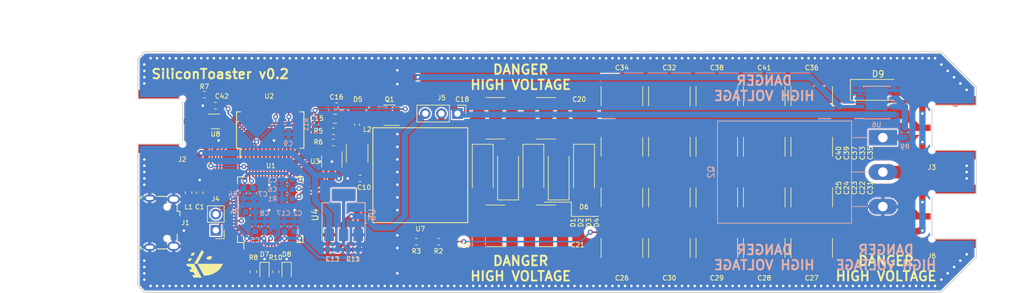
<source format=kicad_pcb>
(kicad_pcb (version 20211014) (generator pcbnew)
  (title_block (title "Electromagnetic Fault Injector") (date "2019-10-29") (rev "0.1") (company "Ledger"))
  (layers (0 "F.Cu" signal) (31 "B.Cu" signal) (34 "B.Paste" user) (35 "F.Paste" user) (36 "B.SilkS" user "B.Silkscreen") (37 "F.SilkS" user "F.Silkscreen") (38 "B.Mask" user) (39 "F.Mask" user) (44 "Edge.Cuts" user))
  (net 0 "")
  (net 1 "GND")
  (net 2 "/mcu/20V_EN")
  (net 3 "/mcu/ADC")
  (net 4 "/analog/ANTENNA_A")
  (net 5 "/analog/SHOOT")
  (net 6 "Net-(J4-Pad1)")
  (net 7 "Net-(Q2-Pad1)")
  (net 8 "/analog/ANTENNA_B")
  (net 9 "+15V")
  (net 10 "Net-(Q1-Pad1)")
  (net 11 "/analog/CHARGE_PWM")
  (net 12 "Net-(D5-Pad2)")
  (net 13 "Net-(R5-Pad2)")
  (net 14 "+5V")
  (net 15 "+3V3A")
  (net 16 "+3V3")
  (net 17 "/mcu/RX")
  (net 18 "Net-(U2-Pad2)")
  (net 19 "Net-(U2-Pad3)")
  (net 20 "/ft232/RX")
  (net 21 "Net-(U2-Pad6)")
  (net 22 "Net-(U2-Pad9)")
  (net 23 "Net-(U2-Pad10)")
  (net 24 "Net-(U2-Pad11)")
  (net 25 "Net-(U2-Pad12)")
  (net 26 "Net-(U2-Pad13)")
  (net 27 "Net-(U2-Pad14)")
  (net 28 "/ft232/USBD+")
  (net 29 "/ft232/USBD-")
  (net 30 "Net-(C9-Pad1)")
  (net 31 "Net-(U2-Pad19)")
  (net 32 "Net-(U2-Pad22)")
  (net 33 "Net-(U2-Pad23)")
  (net 34 "Net-(U2-Pad27)")
  (net 35 "Net-(U2-Pad28)")
  (net 36 "Net-(U1-Pad4)")
  (net 37 "Net-(U1-Pad5)")
  (net 38 "Net-(U1-Pad6)")
  (net 39 "Net-(U1-Pad9)")
  (net 40 "Net-(U1-Pad10)")
  (net 41 "Net-(U1-Pad11)")
  (net 42 "Net-(U1-Pad15)")
  (net 43 "Net-(U1-Pad16)")
  (net 44 "Net-(U1-Pad17)")
  (net 45 "Net-(U1-Pad20)")
  (net 46 "Net-(U1-Pad21)")
  (net 47 "Net-(U1-Pad22)")
  (net 48 "Net-(U1-Pad23)")
  (net 49 "Net-(U1-Pad24)")
  (net 50 "Net-(U1-Pad25)")
  (net 51 "Net-(U1-Pad26)")
  (net 52 "Net-(U1-Pad27)")
  (net 53 "Net-(U1-Pad29)")
  (net 54 "Net-(C6-Pad1)")
  (net 55 "Net-(U1-Pad33)")
  (net 56 "Net-(U1-Pad34)")
  (net 57 "Net-(U1-Pad35)")
  (net 58 "Net-(U1-Pad36)")
  (net 59 "Net-(U1-Pad37)")
  (net 60 "Net-(U1-Pad38)")
  (net 61 "Net-(U1-Pad39)")
  (net 62 "Net-(U1-Pad40)")
  (net 63 "Net-(U1-Pad44)")
  (net 64 "Net-(U1-Pad45)")
  (net 65 "Net-(C7-Pad1)")
  (net 66 "Net-(U1-Pad49)")
  (net 67 "Net-(U1-Pad50)")
  (net 68 "Net-(U1-Pad51)")
  (net 69 "Net-(U1-Pad52)")
  (net 70 "Net-(U1-Pad53)")
  (net 71 "Net-(U1-Pad54)")
  (net 72 "Net-(U1-Pad55)")
  (net 73 "Net-(U1-Pad56)")
  (net 74 "Net-(U1-Pad57)")
  (net 75 "Net-(U1-Pad58)")
  (net 76 "Net-(U1-Pad59)")
  (net 77 "Net-(U1-Pad61)")
  (net 78 "Net-(U1-Pad62)")
  (net 79 "Net-(C20-Pad1)")
  (net 80 "Net-(C18-Pad1)")
  (net 81 "Net-(C19-Pad2)")
  (net 82 "Net-(J1-Pad4)")
  (net 83 "Net-(C18-Pad2)")
  (net 84 "Net-(C21-Pad1)")
  (net 85 "Net-(J5-Pad2)")
  (net 86 "Net-(R9-Pad2)")
  (net 87 "Net-(U6-Pad3)")
  (net 88 "Net-(U1-Pad8)")
  (net 89 "Net-(R8-Pad2)")
  (net 90 "Net-(R10-Pad2)")
  (net 91 "Net-(D8-Pad2)")
  (net 92 "Net-(D7-Pad2)")
  (net 93 "/VBUS")
  (net 94 "Net-(J2-Pad1)")
  (net 95 "/mcu/SW_SHOOT")
  (footprint "Resistor_SMD:R_0603_1608Metric" (layer "F.Cu") (at 53.5 34.75)
    (fp_text reference "R7")
    (fp_text value "10k")
  )
  (footprint "Capacitor_SMD:C_0603_1608Metric" (layer "F.Cu") (at 73.75 59.25 180)
    (fp_text reference "C13")
    (fp_text value "2.2µ")
  )
  (footprint "Capacitor_SMD:C_0603_1608Metric" (layer "F.Cu") (at 77 59.25 180)
    (fp_text reference "C11")
    (fp_text value "2.2µ")
  )
  (footprint "Capacitor_SMD:C_0603_1608Metric" (layer "F.Cu") (at 78.1 48 180)
    (fp_text reference "C10")
    (fp_text value "2.2µ")
  )
  (footprint "mykicadlibs:SCS-200L" (layer "F.Cu") (at 87.63 47.49 180)
    (fp_text reference "U7")
    (fp_text value "SCS-200LD")
  )
  (footprint "Resistor_SMD:R_0603_1608Metric" (layer "F.Cu") (at 73.889 42.315607)
    (fp_text reference "R6")
    (fp_text value "2k")
  )
  (footprint "Resistor_SMD:R_0603_1608Metric" (layer "F.Cu") (at 73.889 40.565607 180)
    (fp_text reference "R5")
    (fp_text value "22.1k")
  )
  (footprint "Capacitor_SMD:C_0603_1608Metric" (layer "F.Cu") (at 74.389 36.565607)
    (fp_text reference "C16")
    (fp_text value "100n")
  )
  (footprint "Capacitor_SMD:C_0805_2012Metric" (layer "F.Cu") (at 74.139 38.565607 180)
    (fp_text reference "C15")
    (fp_text value "22u")
  )
  (footprint "Inductor_SMD:L_1812_4532Metric" (layer "F.Cu") (at 77.639 44.065607 90)
    (fp_text reference "L2")
    (fp_text value "10µ")
  )
  (footprint "Package_TO_SOT_SMD:SOT-23-5" (layer "F.Cu") (at 73.639 45.315607 -90)
    (fp_text reference "U3")
    (fp_text value "MIC2288")
  )
  (footprint "Diode_SMD:D_Powermite_AK" (layer "F.Cu") (at 77.639 38.565607 -90)
    (fp_text reference "D5")
    (fp_text value "MBRM140T3")
  )
  (footprint "Package_QFP:LQFP-64_10x10mm_P0.5mm" (layer "F.Cu") (at 63.9 52.95 90)
    (fp_text reference "U1")
    (fp_text value "STM32F205RETx")
  )
  (footprint "Package_SO:SSOP-28_5.3x10.2mm_P0.65mm" (layer "F.Cu") (at 63.9 40.35 90)
    (fp_text reference "U2")
    (fp_text value "FT232RL")
  )
  (footprint "Package_TO_SOT_SMD:SOT-23-6" (layer "F.Cu") (at 82.75 38 180)
    (fp_text reference "Q1")
    (fp_text value "STT6N3LLH6")
  )
  (footprint "Connector_PinHeader_2.54mm:PinHeader_1x03_P2.54mm_Vertical" (layer "F.Cu") (at 93.5 37.75 -90)
    (fp_text reference "J5")
    (fp_text value "Conn_01x03")
  )
  (footprint "Capacitor_SMD:C_0603_1608Metric" (layer "F.Cu") (at 52.75 50.25 -90)
    (fp_text reference "C1")
    (fp_text value "100n")
  )
  (footprint "Resistor_SMD:R_0603_1608Metric" (layer "F.Cu") (at 87 58 180)
    (fp_text reference "R3")
    (fp_text value "10k")
  )
  (footprint "Resistor_SMD:R_0603_1608Metric" (layer "F.Cu") (at 90.5 58 180)
    (fp_text reference "R2")
    (fp_text value "10M")
  )
  (footprint "Diode_SMD:D_SMA_Handsoldering" (layer "F.Cu") (at 113.5 47 -90)
    (fp_text reference "D6")
    (fp_text value "US1K-E3/61T")
  )
  (footprint "Capacitor_SMD:C_2225_5664Metric_Pad1.80x6.60mm_HandSolder" (layer "F.Cu") (at 107.5 55.5 180)
    (fp_text reference "C21")
    (fp_text value "150n")
  )
  (footprint "Diode_SMD:D_SMA_Handsoldering" (layer "F.Cu") (at 101.5 47 90)
    (fp_text reference "D2")
    (fp_text value "US1K-E3/61T")
  )
  (footprint "Capacitor_SMD:C_2225_5664Metric_Pad1.80x6.60mm_HandSolder" (layer "F.Cu") (at 107.5 38.5 180)
    (fp_text reference "C20")
    (fp_text value "150n")
  )
  (footprint "Capacitor_SMD:C_2225_5664Metric_Pad1.80x6.60mm_HandSolder" (layer "F.Cu") (at 99.5 55.5)
    (fp_text reference "C19")
    (fp_text value "150n")
  )
  (footprint "Diode_SMD:D_SMA_Handsoldering" (layer "F.Cu") (at 105.5 47 -90)
    (fp_text reference "D3")
    (fp_text value "US1K-E3/61T")
  )
  (footprint "Diode_SMD:D_SMA_Handsoldering" (layer "F.Cu") (at 97.5 47 -90)
    (fp_text reference "D1")
    (fp_text value "US1K-E3/61T")
  )
  (footprint "Diode_SMD:D_SMA_Handsoldering" (layer "F.Cu") (at 109.5 47 90)
    (fp_text reference "D4")
    (fp_text value "US1K-E3/61T")
  )
  (footprint "Capacitor_SMD:C_2225_5664Metric_Pad1.80x6.60mm_HandSolder" (layer "F.Cu") (at 99.5 38.5 180)
    (fp_text reference "C18")
    (fp_text value "150n")
  )
  (footprint "Capacitor_SMD:C_2225_5664Metric_Pad1.80x6.60mm_HandSolder" (layer "F.Cu") (at 134.5 43 90)
    (fp_text reference "C37")
    (fp_text value "100n")
  )
  (footprint "Capacitor_SMD:C_2225_5664Metric_Pad1.80x6.60mm_HandSolder" (layer "F.Cu") (at 119.5 35 -90)
    (fp_text reference "C34")
    (fp_text value "100n")
  )
  (footprint "Capacitor_SMD:C_2225_5664Metric_Pad1.80x6.60mm_HandSolder" (layer "F.Cu") (at 127 35 -90)
    (fp_text reference "C32")
    (fp_text value "100n")
  )
  (footprint "Capacitor_SMD:C_2225_5664Metric_Pad1.80x6.60mm_HandSolder" (layer "F.Cu") (at 119.5 59 90)
    (fp_text reference "C26")
    (fp_text value "100n")
  )
  (footprint "Capacitor_SMD:C_2225_5664Metric_Pad1.80x6.60mm_HandSolder" (layer "F.Cu") (at 142 35 -90)
    (fp_text reference "C41")
    (fp_text value "100n")
  )
  (footprint "Capacitor_SMD:C_2225_5664Metric_Pad1.80x6.60mm_HandSolder" (layer "F.Cu") (at 142 59 90)
    (fp_text reference "C28")
    (fp_text value "100n")
  )
  (footprint "Capacitor_SMD:C_2225_5664Metric_Pad1.80x6.60mm_HandSolder" (layer "F.Cu") (at 119.5 51 -90)
    (fp_text reference "C25")
    (fp_text value "100n")
  )
  (footprint "Capacitor_SMD:C_2225_5664Metric_Pad1.80x6.60mm_HandSolder" (layer "F.Cu") (at 142 43 90)
    (fp_text reference "C33")
    (fp_text value "100n")
  )
  (footprint "Capacitor_SMD:C_2225_5664Metric_Pad1.80x6.60mm_HandSolder" (layer "F.Cu") (at 149.5 59 90)
    (fp_text reference "C27")
    (fp_text value "100n")
  )
  (footprint "Capacitor_SMD:C_2225_5664Metric_Pad1.80x6.60mm_HandSolder" (layer "F.Cu") (at 127 51 -90)
    (fp_text reference "C24")
    (fp_text value "100n")
  )
  (footprint "Capacitor_SMD:C_2225_5664Metric_Pad1.80x6.60mm_HandSolder" (layer "F.Cu") (at 149.5 51 -90)
    (fp_text reference "C31")
    (fp_text value "100n")
  )
  (footprint "Capacitor_SMD:C_2225_5664Metric_Pad1.80x6.60mm_HandSolder" (layer "F.Cu") (at 119.5 43 90)
    (fp_text reference "C40")
    (fp_text value "100n")
  )
  (footprint "Capacitor_SMD:C_2225_5664Metric_Pad1.80x6.60mm_HandSolder" (layer "F.Cu") (at 134.5 59 90)
    (fp_text reference "C29")
    (fp_text value "100n")
  )
  (footprint "Capacitor_SMD:C_2225_5664Metric_Pad1.80x6.60mm_HandSolder" (layer "F.Cu") (at 127 43 90)
    (fp_text reference "C39")
    (fp_text value "100n")
  )
  (footprint "Capacitor_SMD:C_2225_5664Metric_Pad1.80x6.60mm_HandSolder" (layer "F.Cu") (at 149.5 43 90)
    (fp_text reference "C35")
    (fp_text value "100n")
  )
  (footprint "Capacitor_SMD:C_2225_5664Metric_Pad1.80x6.60mm_HandSolder" (layer "F.Cu") (at 149.5 35 -90)
    (fp_text reference "C36")
    (fp_text value "100n")
  )
  (footprint "Capacitor_SMD:C_2225_5664Metric_Pad1.80x6.60mm_HandSolder" (layer "F.Cu") (at 134.5 35 -90)
    (fp_text reference "C38")
    (fp_text value "100n")
  )
  (footprint "Capacitor_SMD:C_2225_5664Metric_Pad1.80x6.60mm_HandSolder" (layer "F.Cu") (at 127 59 90)
    (fp_text reference "C30")
    (fp_text value "100n")
  )
  (footprint "Capacitor_SMD:C_2225_5664Metric_Pad1.80x6.60mm_HandSolder" (layer "F.Cu") (at 134.5 51 -90)
    (fp_text reference "C23")
    (fp_text value "100n")
  )
  (footprint "Package_TO_SOT_SMD:SOT-223-3_TabPin2" (layer "F.Cu") (at 75.5 53.75 90)
    (fp_text reference "U4")
    (fp_text value "LD1117S33TR_SOT223")
  )
  (footprint "Diode_SMD:D_0603_1608Metric" (layer "F.Cu") (at 66.5 62.75 -90)
    (fp_text reference "D8")
    (fp_text value "green")
  )
  (footprint "Diode_SMD:D_0603_1608Metric" (layer "F.Cu") (at 63 62.75 -90)
    (fp_text reference "D7")
    (fp_text value "red")
  )
  (footprint "Resistor_SMD:R_0603_1608Metric" (layer "F.Cu") (at 61.25 62.75 90)
    (fp_text reference "R8")
    (fp_text value "64.9")
  )
  (footprint "Resistor_SMD:R_0603_1608Metric" (layer "F.Cu") (at 64.75 62.75 90)
    (fp_text reference "R10")
    (fp_text value "64.9")
  )
  (footprint "Connector_PinHeader_2.54mm:PinHeader_1x02_P2.54mm_Vertical" (layer "F.Cu") (at 55.3 56.2 180)
    (fp_text reference "J4")
    (fp_text value "Conn_01x02")
  )
  (footprint "mykicadlibs:SAMTEC_SMA_J_P_H_ST_EM3" (layer "F.Cu") (at 43.05 39)
    (fp_text reference "J2")
    (fp_text value "Conn_Coaxial")
  )
  (footprint "Connector_USB:USB_Micro-B_Wuerth_629105150521" (layer "F.Cu") (at 46.8 55 -90)
    (fp_text reference "J1")
    (fp_text value "USB_B_Micro")
  )
  (footprint "mykicadlibs:SAMTEC_SMA_J_P_H_ST_EM3" (layer "F.Cu") (at 175.5 40 180)
    (fp_text reference "J3")
    (fp_text value "Conn_Coaxial")
  )
  (footprint "Inductor_SMD:L_0603_1608Metric" (layer "F.Cu") (at 51 50.25 90)
    (fp_text reference "L1")
    (fp_text value "Ferrite_Bead_Small")
  )
  (footprint "mykicadlibs:SAMTEC_SMA_J_P_H_ST_EM3" (layer "F.Cu") (at 175.5 54 180)
    (fp_text reference "J6")
    (fp_text value "Conn_Coaxial")
  )
  (footprint "Capacitor_SMD:C_2225_5664Metric_Pad1.80x6.60mm_HandSolder" (layer "F.Cu") (at 142 51 -90)
    (fp_text reference "C22")
    (fp_text value "100n")
  )
  (footprint "mykicadlibs:donjon-2000" (layer "F.Cu") (at 53.5 61.5 90)
    (fp_text reference "LOGO1" hide)
    (fp_text value "DUNGEON_LOGO" hide)
  )
  (footprint "Diode_SMD:D_SMA_Handsoldering" (layer "F.Cu") (at 160 34)
    (fp_text reference "D9")
    (fp_text value "US1K-E3/61T")
  )
  (footprint "Package_TO_SOT_SMD:SOT-353_SC-70-5" (layer "F.Cu") (at 55.25 39)
    (fp_text reference "U8")
    (fp_text value "74LVC1G32")
  )
  (footprint "Capacitor_SMD:C_0603_1608Metric" (layer "F.Cu") (at 55.25 36.5)
    (fp_text reference "C42")
    (fp_text value "100n")
  )
  (footprint "Capacitor_SMD:C_0603_1608Metric" (layer "B.Cu") (at 77 59.25)
    (fp_text reference "C14")
    (fp_text value "2.2µ")
  )
  (footprint "Capacitor_SMD:C_0603_1608Metric" (layer "B.Cu") (at 73.75 59.25)
    (fp_text reference "C12")
    (fp_text value "2.2µ")
  )
  (footprint "Resistor_SMD:R_0603_1608Metric" (layer "B.Cu") (at 66.55 51.25)
    (fp_text reference "R1")
    (fp_text value "10k")
  )
  (footprint "Capacitor_SMD:C_0603_1608Metric" (layer "B.Cu") (at 61.5 55.6 90)
    (fp_text reference "C5")
    (fp_text value "100n")
  )
  (footprint "Capacitor_SMD:C_0603_1608Metric" (layer "B.Cu") (at 63.05 55.6 90)
    (fp_text reference "C8")
    (fp_text value "100n")
  )
  (footprint "Capacitor_SMD:C_0603_1608Metric" (layer "B.Cu") (at 66.8 40.2 -90)
    (fp_text reference "C9")
    (fp_text value "100n")
  )
  (footprint "Capacitor_SMD:C_0603_1608Metric" (layer "B.Cu") (at 66.55 48.15 180)
    (fp_text reference "C3")
    (fp_text value "100n")
  )
  (footprint "Capacitor_SMD:C_0603_1608Metric" (layer "B.Cu") (at 67.7 55.6 90)
    (fp_text reference "C2")
    (fp_text value "100n")
  )
  (footprint "Capacitor_SMD:C_0603_1608Metric" (layer "B.Cu") (at 66.55 49.7 180)
    (fp_text reference "C6")
    (fp_text value "2.2µ")
  )
  (footprint "Capacitor_SMD:C_0603_1608Metric" (layer "B.Cu") (at 61.2 50.35 -90)
    (fp_text reference "C7")
    (fp_text value "2.2µ")
  )
  (footprint "Capacitor_SMD:C_0603_1608Metric" (layer "B.Cu") (at 66.15 55.6 90)
    (fp_text reference "C17")
    (fp_text value "100n")
  )
  (footprint "Capacitor_SMD:C_0603_1608Metric" (layer "B.Cu") (at 59.65 50.35 -90)
    (fp_text reference "C4")
    (fp_text value "100n")
  )
  (footprint "Resistor_SMD:R_0603_1608Metric" (layer "B.Cu") (at 60.75 53.3 180)
    (fp_text reference "R4")
    (fp_text value "10k")
  )
  (footprint "Resistor_SMD:R_0603_1608Metric" (layer "B.Cu") (at 164.25 40.75 90)
    (fp_text reference "R9")
    (fp_text value "4.99")
  )
  (footprint "Package_TO_SOT_SMD:SOT-223-3_TabPin2" (layer "B.Cu") (at 75.511079 53.764277 90)
    (fp_text reference "U5")
    (fp_text value "LD1117S33TR_SOT223")
  )
  (footprint "Package_SO:SOIC-8_3.9x4.9mm_P1.27mm" (layer "B.Cu") (at 159.75 36)
    (fp_text reference "U6")
    (fp_text value "MCP1407-E/SN")
  )
  (footprint "Resistor_SMD:R_0603_1608Metric" (layer "B.Cu") (at 71 39.5 -90)
    (fp_text reference "R11")
    (fp_text value "10M")
  )
  (footprint "mykicadlibs:TO-247-3_Horizontal_TabDown_NoTabDrill" (layer "B.Cu") (at 160.75 41.55 -90)
    (fp_text reference "Q2")
    (fp_text value "IKW40N120H3FKSA1")
  )
  (gr_line (start 111.5 51.75) (end 107.25 51.75) (layer "F.SilkS") (width 0.125))
  (gr_line (start 115.75 54) (end 111.5 54) (layer "F.SilkS") (width 0.125))
  (gr_line (start 111.5 54) (end 111.5 51.75) (layer "F.SilkS") (width 0.125))
  (gr_line (start 175.5 33.5) (end 170 28) (layer "Edge.Cuts") (width 0.15))
  (gr_line (start 170 28) (end 44 28) (layer "Edge.Cuts") (width 0.15))
  (gr_line (start 175.5 57.56) (end 168.5 57.56) (layer "Edge.Cuts") (width 0.15))
  (gr_line (start 168.5 50.44) (end 175.5 50.44) (layer "Edge.Cuts") (width 0.15))
  (gr_line (start 168.5 57.56) (end 168.5 50.44) (layer "Edge.Cuts") (width 0.15))
  (gr_line (start 175.5 50.44) (end 175.5 43.56) (layer "Edge.Cuts") (width 0.15))
  (gr_line (start 168.5 43.56) (end 168.5 36.44) (layer "Edge.Cuts") (width 0.15))
  (gr_line (start 43 29) (end 44 28) (layer "Edge.Cuts") (width 0.15))
  (gr_line (start 50.05 42.56) (end 43 42.56) (layer "Edge.Cuts") (width 0.15))
  (gr_line (start 175.5 60.5) (end 170 66) (layer "Edge.Cuts") (width 0.15))
  (gr_line (start 44 66) (end 43 65) (layer "Edge.Cuts") (width 0.15))
  (gr_line (start 50.05 35.44) (end 50.05 42.56) (layer "Edge.Cuts") (width 0.15))
  (gr_line (start 175.5 36.44) (end 175.5 33.5) (layer "Edge.Cuts") (width 0.15))
  (gr_line (start 168.5 36.44) (end 175.5 36.44) (layer "Edge.Cuts") (width 0.15))
  (gr_line (start 170 66) (end 44 66) (layer "Edge.Cuts") (width 0.15))
  (gr_line (start 175.5 43.56) (end 168.5 43.56) (layer "Edge.Cuts") (width 0.15))
  (gr_line (start 50.05 35.44) (end 43 35.44) (layer "Edge.Cuts") (width 0.15))
  (gr_line (start 43 29) (end 43 35.44) (layer "Edge.Cuts") (width 0.15))
  (gr_line (start 175.5 57.56) (end 175.5 60.5) (layer "Edge.Cuts") (width 0.15))
  (gr_line (start 43 65) (end 43 42.56) (layer "Edge.Cuts") (width 0.15))
  (gr_text "DANGER\nHIGH VOLTAGE" (at 142 60.5) (layer "B.SilkS") (effects (font (size 1.5 1.5) (thickness 0.3)) (justify mirror)))
  (gr_text "DANGER\nHIGH VOLTAGE" (at 142 33.75) (layer "B.SilkS") (effects (font (size 1.5 1.5) (thickness 0.3)) (justify mirror)))
  (gr_text "DANGER\nHIGH VOLTAGE" (at 161.25 60.5) (layer "B.SilkS") (effects (font (size 1.5 1.5) (thickness 0.3)) (justify mirror)))
  (gr_text "SiliconToaster v0.2" (at 56 31.5) (layer "F.SilkS") (effects (font (size 1.5 1.5) (thickness 0.3))))
  (gr_text "DANGER\nHIGH VOLTAGE" (at 103.5 62.25) (layer "F.SilkS") (effects (font (size 1.5 1.5) (thickness 0.3))))
  (gr_text "DANGER\nHIGH VOLTAGE" (at 103.5 32) (layer "F.SilkS") (effects (font (size 1.5 1.5) (thickness 0.3))))
  (gr_text "DANGER\nHIGH VOLTAGE" (at 161.25 62.25) (layer "F.SilkS") (effects (font (size 1.5 1.5) (thickness 0.3))))
  (segment (start 73.639 44.215607) (end 73.639 43.375655) (width 0.75) (layer "F.Cu") (net 1))
  (segment (start 74.214888 42.799767) (end 74.214888 42.777219) (width 0.75) (layer "F.Cu") (net 1))
  (segment (start 73.6015 38.165607) (end 73.2015 38.565607) (width 0.75) (layer "F.Cu") (net 1))
  (segment (start 74.214888 42.777219) (end 74.6765 42.315607) (width 0.75) (layer "F.Cu") (net 1))
  (segment (start 73.2015 38.868059) (end 73.2015 38.565607) (width 0.75) (layer "F.Cu") (net 1))
  (segment (start 73.639 43.375655) (end 74.214888 42.799767) (width 0.75) (layer "F.Cu") (net 1))
  (segment (start 73.6015 36.565607) (end 73.6015 38.165607) (width 0.75) (layer "F.Cu") (net 1))
  (segment (start 71.73899 40.330569) (end 73.2015 38.868059) (width 0.75) (layer "F.Cu") (net 1))
  (segment (start 96.875 55.5) (end 96.875 58.9) (width 2) (layer "F.Cu") (net 1))
  (segment (start 96.875 58.9) (end 99.6 61.625) (width 2) (layer "F.Cu") (net 1))
  (segment (start 72.9625 57.1375) (end 73.2 56.9) (width 0.5) (layer "F.Cu") (net 1))
  (segment (start 52.75 49.4625) (end 52.75 48.25) (width 0.5) (layer "F.Cu") (net 1))
  (segment (start 119.5 61.625) (end 149.5 61.625) (width 2) (layer "F.Cu") (net 1))
  (segment (start 72.9625 59.25) (end 72.9625 57.1375) (width 0.5) (layer "F.Cu") (net 1))
  (segment (start 93.465 53.325) (end 94.7 53.325) (width 2) (layer "F.Cu") (net 1))
  (segment (start 73.639 45.339) (end 73.65 45.35) (width 0.7) (layer "F.Cu") (net 1))
  (segment (start 146.75 45.625) (end 149.5 45.625) (width 2) (layer "F.Cu") (net 1))
  (segment (start 116.1 61.625) (end 119.5 61.625) (width 2) (layer "F.Cu") (net 1))
  (segment (start 94.7 53.325) (end 96.875 55.5) (width 2) (layer "F.Cu") (net 1))
  (segment (start 96.875 55.5) (end 96.875 50.125) (width 2) (layer "F.Cu") (net 1))
  (segment (start 73.639 44.215607) (end 73.639 45.339) (width 0.7) (layer "F.Cu") (net 1))
  (segment (start 96.875 50.125) (end 97.5 49.5) (width 2) (layer "F.Cu") (net 1))
  (segment (start 63 61.9625) (end 63 60.75) (width 0.25) (layer "F.Cu") (net 1))
  (segment (start 66.5 61.9625) (end 66.5 60.75) (width 0.25) (layer "F.Cu") (net 1))
  (segment (start 119.5 32.375) (end 149.5 32.375) (width 2) (layer "F.Cu") (net 1))
  (segment (start 54.2875 36.325) (end 54.4625 36.5) (width 0.25) (layer "F.Cu") (net 1))
  (segment (start 54.4625 36.5) (end 53.25 36.5) (width 0.25) (layer "F.Cu") (net 1))
  (segment (start 71.73899 40.330569) (end 71.73899 45.35) (width 0.7) (layer "F.Cu") (net 1))
  (segment (start 77.3125 48) (end 76.15 48) (width 0.25) (layer "F.Cu") (net 1))
  (segment (start 99.6 61.625) (end 116.1 61.625) (width 2) (layer "F.Cu") (net 1))
  (segment (start 54.2875 34.75) (end 54.2875 36.325) (width 0.25) (layer "F.Cu") (net 1))
  (via (at 44 45) (size 0.8) (drill 0.4) (layers "F.Cu" "B.Cu") (net 1))
  (via (at 44 49) (size 0.8) (drill 0.4) (layers "F.Cu" "B.Cu") (net 1))
  (via (at 44 48) (size 0.8) (drill 0.4) (layers "F.Cu" "B.Cu") (net 1))
  (via (at 44 47) (size 0.8) (drill 0.4) (layers "F.Cu" "B.Cu") (net 1))
  (via (at 44 46) (size 0.8) (drill 0.4) (layers "F.Cu" "B.Cu") (net 1))
  (via (at 44 33) (size 0.8) (drill 0.4) (layers "F.Cu" "B.Cu") (net 1))
  (via (at 44 32) (size 0.8) (drill 0.4) (layers "F.Cu" "B.Cu") (net 1))
  (via (at 44 31) (size 0.8) (drill 0.4) (layers "F.Cu" "B.Cu") (net 1))
  (via (at 44 30) (size 0.8) (drill 0.4) (layers "F.Cu" "B.Cu") (net 1))
  (via (at 45 29) (size 0.8) (drill 0.4) (layers "F.Cu" "B.Cu") (net 1))
  (via (at 46 29) (size 0.8) (drill 0.4) (layers "F.Cu" "B.Cu") (net 1))
  (via (at 47 29) (size 0.8) (drill 0.4) (layers "F.Cu" "B.Cu") (net 1))
  (via (at 48 29) (size 0.8) (drill 0.4) (layers "F.Cu" "B.Cu") (net 1))
  (via (at 49 29) (size 0.8) (drill 0.4) (layers "F.Cu" "B.Cu") (net 1))
  (via (at 50 29) (size 0.8) (drill 0.4) (layers "F.Cu" "B.Cu") (net 1))
  (via (at 51 29) (size 0.8) (drill 0.4) (layers "F.Cu" "B.Cu") (net 1))
  (via (at 52 29) (size 0.8) (drill 0.4) (layers "F.Cu" "B.Cu") (net 1))
  (via (at 53 29) (size 0.8) (drill 0.4) (layers "F.Cu" "B.Cu") (net 1))
  (via (at 60 29) (size 0.8) (drill 0.4) (layers "F.Cu" "B.Cu") (net 1))
  (via (at 56 29) (size 0.8) (drill 0.4) (layers "F.Cu" "B.Cu") (net 1))
  (via (at 62 29) (size 0.8) (drill 0.4) (layers "F.Cu" "B.Cu") (net 1))
  (via (at 58 29) (size 0.8) (drill 0.4) (layers "F.Cu" "B.Cu") (net 1))
  (via (at 55 29) (size 0.8) (drill 0.4) (layers "F.Cu" "B.Cu") (net 1))
  (via (at 59 29) (size 0.8) (drill 0.4) (layers "F.Cu" "B.Cu") (net 1))
  (via (at 54 29) (size 0.8) (drill 0.4) (layers "F.Cu" "B.Cu") (net 1))
  (via (at 61 29) (size 0.8) (drill 0.4) (layers "F.Cu" "B.Cu") (net 1))
  (via (at 57 29) (size 0.8) (drill 0.4) (layers "F.Cu" "B.Cu") (net 1))
  (via (at 78 29) (size 0.8) (drill 0.4) (layers "F.Cu" "B.Cu") (net 1))
  (via (at 75 29) (size 0.8) (drill 0.4) (layers "F.Cu" "B.Cu") (net 1))
  (via (at 68 29) (size 0.8) (drill 0.4) (layers "F.Cu" "B.Cu") (net 1))
  (via (at 64 29) (size 0.8) (drill 0.4) (layers "F.Cu" "B.Cu") (net 1))
  (via (at 79 29) (size 0.8) (drill 0.4) (layers "F.Cu" "B.Cu") (net 1))
  (via (at 70 29) (size 0.8) (drill 0.4) (layers "F.Cu" "B.Cu") (net 1))
  (via (at 66 29) (size 0.8) (drill 0.4) (layers "F.Cu" "B.Cu") (net 1))
  (via (at 63 29) (size 0.8) (drill 0.4) (layers "F.Cu" "B.Cu") (net 1))
  (via (at 67 29) (size 0.8) (drill 0.4) (layers "F.Cu" "B.Cu") (net 1))
  (via (at 72 29) (size 0.8) (drill 0.4) (layers "F.Cu" "B.Cu") (net 1))
  (via (at 76 29) (size 0.8) (drill 0.4) (layers "F.Cu" "B.Cu") (net 1))
  (via (at 69 29) (size 0.8) (drill 0.4) (layers "F.Cu" "B.Cu") (net 1))
  (via (at 71 29) (size 0.8) (drill 0.4) (layers "F.Cu" "B.Cu") (net 1))
  (via (at 73 29) (size 0.8) (drill 0.4) (layers "F.Cu" "B.Cu") (net 1))
  (via (at 74 29) (size 0.8) (drill 0.4) (layers "F.Cu" "B.Cu") (net 1))
  (via (at 65 29) (size 0.8) (drill 0.4) (layers "F.Cu" "B.Cu") (net 1))
  (via (at 77 29) (size 0.8) (drill 0.4) (layers "F.Cu" "B.Cu") (net 1))
  (via (at 84 29) (size 0.8) (drill 0.4) (layers "F.Cu" "B.Cu") (net 1))
  (via (at 92 29) (size 0.8) (drill 0.4) (layers "F.Cu" "B.Cu") (net 1))
  (via (at 87 29) (size 0.8) (drill 0.4) (layers "F.Cu" "B.Cu") (net 1))
  (via (at 91 29) (size 0.8) (drill 0.4) (layers "F.Cu" "B.Cu") (net 1))
  (via (at 93 29) (size 0.8) (drill 0.4) (layers "F.Cu" "B.Cu") (net 1))
  (via (at 90 29) (size 0.8) (drill 0.4) (layers "F.Cu" "B.Cu") (net 1))
  (via (at 80 29) (size 0.8) (drill 0.4) (layers "F.Cu" "B.Cu") (net 1))
  (via (at 86 29) (size 0.8) (drill 0.4) (layers "F.Cu" "B.Cu") (net 1))
  (via (at 95 29) (size 0.8) (drill 0.4) (layers "F.Cu" "B.Cu") (net 1))
  (via (at 88 29) (size 0.8) (drill 0.4) (layers "F.Cu" "B.Cu") (net 1))
  (via (at 89 29) (size 0.8) (drill 0.4) (layers "F.Cu" "B.Cu") (net 1))
  (via (at 96 29) (size 0.8) (drill 0.4) (layers "F.Cu" "B.Cu") (net 1))
  (via (at 81 29) (size 0.8) (drill 0.4) (layers "F.Cu" "B.Cu") (net 1))
  (via (at 94 29) (size 0.8) (drill 0.4) (layers "F.Cu" "B.Cu") (net 1))
  (via (at 83 29) (size 0.8) (drill 0.4) (layers "F.Cu" "B.Cu") (net 1))
  (via (at 85 29) (size 0.8) (drill 0.4) (layers "F.Cu" "B.Cu") (net 1))
  (via (at 82 29) (size 0.8) (drill 0.4) (layers "F.Cu" "B.Cu") (net 1))
  (via (at 100 29) (size 0.8) (drill 0.4) (layers "F.Cu" "B.Cu") (net 1))
  (via (at 99 29) (size 0.8) (drill 0.4) (layers "F.Cu" "B.Cu") (net 1))
  (via (at 112 29) (size 0.8) (drill 0.4) (layers "F.Cu" "B.Cu") (net 1))
  (via (at 101 29) (size 0.8) (drill 0.4) (layers "F.Cu" "B.Cu") (net 1))
  (via (at 98 29) (size 0.8) (drill 0.4) (layers "F.Cu" "B.Cu") (net 1))
  (via (at 107 29) (size 0.8) (drill 0.4) (layers "F.Cu" "B.Cu") (net 1))
  (via (at 105 29) (size 0.8) (drill 0.4) (layers "F.Cu" "B.Cu") (net 1))
  (via (at 109 29) (size 0.8) (drill 0.4) (layers "F.Cu" "B.Cu") (net 1))
  (via (at 119 29) (size 0.8) (drill 0.4) (layers "F.Cu" "B.Cu") (net 1))
  (via (at 110 29) (size 0.8) (drill 0.4) (layers "F.Cu" "B.Cu") (net 1))
  (via (at 118 29) (size 0.8) (drill 0.4) (layers "F.Cu" "B.Cu") (net 1))
  (via (at 103 29) (size 0.8) (drill 0.4) (layers "F.Cu" "B.Cu") (net 1))
  (via (at 108 29) (size 0.8) (drill 0.4) (layers "F.Cu" "B.Cu") (net 1))
  (via (at 97 29) (size 0.8) (drill 0.4) (layers "F.Cu" "B.Cu") (net 1))
  (via (at 111 29) (size 0.8) (drill 0.4) (layers "F.Cu" "B.Cu") (net 1))
  (via (at 104 29) (size 0.8) (drill 0.4) (layers "F.Cu" "B.Cu") (net 1))
  (via (at 116 29) (size 0.8) (drill 0.4) (layers "F.Cu" "B.Cu") (net 1))
  (via (at 106 29) (size 0.8) (drill 0.4) (layers "F.Cu" "B.Cu") (net 1))
  (via (at 113 29) (size 0.8) (drill 0.4) (layers "F.Cu" "B.Cu") (net 1))
  (via (at 117 29) (size 0.8) (drill 0.4) (layers "F.Cu" "B.Cu") (net 1))
  (via (at 121 29) (size 0.8) (drill 0.4) (layers "F.Cu" "B.Cu") (net 1))
  (via (at 114 29) (size 0.8) (drill 0.4) (layers "F.Cu" "B.Cu") (net 1))
  (via (at 115 29) (size 0.8) (drill 0.4) (layers "F.Cu" "B.Cu") (net 1))
  (via (at 102 29) (size 0.8) (drill 0.4) (layers "F.Cu" "B.Cu") (net 1))
  (via (at 120 29) (size 0.8) (drill 0.4) (layers "F.Cu" "B.Cu") (net 1))
  (via (at 140 29) (size 0.8) (drill 0.4) (layers "F.Cu" "B.Cu") (net 1))
  (via (at 132 29) (size 0.8) (drill 0.4) (layers "F.Cu" "B.Cu") (net 1))
  (via (at 141 29) (size 0.8) (drill 0.4) (layers "F.Cu" "B.Cu") (net 1))
  (via (at 124 29) (size 0.8) (drill 0.4) (layers "F.Cu" "B.Cu") (net 1))
  (via (at 145 29) (size 0.8) (drill 0.4) (layers "F.Cu" "B.Cu") (net 1))
  (via (at 142 29) (size 0.8) (drill 0.4) (layers "F.Cu" "B.Cu") (net 1))
  (via (at 126 29) (size 0.8) (drill 0.4) (layers "F.Cu" "B.Cu") (net 1))
  (via (at 123 29) (size 0.8) (drill 0.4) (layers "F.Cu" "B.Cu") (net 1))
  (via (at 146 29) (size 0.8) (drill 0.4) (layers "F.Cu" "B.Cu") (net 1))
  (via (at 122 29) (size 0.8) (drill 0.4) (layers "F.Cu" "B.Cu") (net 1))
  (via (at 135 29) (size 0.8) (drill 0.4) (layers "F.Cu" "B.Cu") (net 1))
  (via (at 125 29) (size 0.8) (drill 0.4) (layers "F.Cu" "B.Cu") (net 1))
  (via (at 138 29) (size 0.8) (drill 0.4) (layers "F.Cu" "B.Cu") (net 1))
  (via (at 136 29) (size 0.8) (drill 0.4) (layers "F.Cu" "B.Cu") (net 1))
  (via (at 133 29) (size 0.8) (drill 0.4) (layers "F.Cu" "B.Cu") (net 1))
  (via (at 144 29) (size 0.8) (drill 0.4) (layers "F.Cu" "B.Cu") (net 1))
  (via (at 130 29) (size 0.8) (drill 0.4) (layers "F.Cu" "B.Cu") (net 1))
  (via (at 129 29) (size 0.8) (drill 0.4) (layers "F.Cu" "B.Cu") (net 1))
  (via (at 134 29) (size 0.8) (drill 0.4) (layers "F.Cu" "B.Cu") (net 1))
  (via (at 128 29) (size 0.8) (drill 0.4) (layers "F.Cu" "B.Cu") (net 1))
  (via (at 131 29) (size 0.8) (drill 0.4) (layers "F.Cu" "B.Cu") (net 1))
  (via (at 139 29) (size 0.8) (drill 0.4) (layers "F.Cu" "B.Cu") (net 1))
  (via (at 137 29) (size 0.8) (drill 0.4) (layers "F.Cu" "B.Cu") (net 1))
  (via (at 127 29) (size 0.8) (drill 0.4) (layers "F.Cu" "B.Cu") (net 1))
  (via (at 143 29) (size 0.8) (drill 0.4) (layers "F.Cu" "B.Cu") (net 1))
  (via (at 158 29) (size 0.8) (drill 0.4) (layers "F.Cu" "B.Cu") (net 1))
  (via (at 157 29) (size 0.8) (drill 0.4) (layers "F.Cu" "B.Cu") (net 1))
  (via (at 151 29) (size 0.8) (drill 0.4) (layers "F.Cu" "B.Cu") (net 1))
  (via (at 147 29) (size 0.8) (drill 0.4) (layers "F.Cu" "B.Cu") (net 1))
  (via (at 149 29) (size 0.8) (drill 0.4) (layers "F.Cu" "B.Cu") (net 1))
  (via (at 150 29) (size 0.8) (drill 0.4) (layers "F.Cu" "B.Cu") (net 1))
  (via (at 155 29) (size 0.8) (drill 0.4) (layers "F.Cu" "B.Cu") (net 1))
  (via (at 154 29) (size 0.8) (drill 0.4) (layers "F.Cu" "B.Cu") (net 1))
  (via (at 153 29) (size 0.8) (drill 0.4) (layers "F.Cu" "B.Cu") (net 1))
  (via (at 156 29) (size 0.8) (drill 0.4) (layers "F.Cu" "B.Cu") (net 1))
  (via (at 148 29) (size 0.8) (drill 0.4) (layers "F.Cu" "B.Cu") (net 1))
  (via (at 152 29) (size 0.8) (drill 0.4) (layers "F.Cu" "B.Cu") (net 1))
  (via (at 159 29) (size 0.8) (drill 0.4) (layers "F.Cu" "B.Cu") (net 1))
  (via (at 160 29) (size 0.8) (drill 0.4) (layers "F.Cu" "B.Cu") (net 1))
  (via (at 161 29) (size 0.8) (drill 0.4) (layers "F.Cu" "B.Cu") (net 1))
  (via (at 162 29) (size 0.8) (drill 0.4) (layers "F.Cu" "B.Cu") (net 1))
  (via (at 163 29) (size 0.8) (drill 0.4) (layers "F.Cu" "B.Cu") (net 1))
  (via (at 164 29) (size 0.8) (drill 0.4) (layers "F.Cu" "B.Cu") (net 1))
  (via (at 164 65) (size 0.8) (drill 0.4) (layers "F.Cu" "B.Cu") (net 1))
  (via (at 163 65) (size 0.8) (drill 0.4) (layers "F.Cu" "B.Cu") (net 1))
  (via (at 162 65) (size 0.8) (drill 0.4) (layers "F.Cu" "B.Cu") (net 1))
  (via (at 161 65) (size 0.8) (drill 0.4) (layers "F.Cu" "B.Cu") (net 1))
  (via (at 160 65) (size 0.8) (drill 0.4) (layers "F.Cu" "B.Cu") (net 1))
  (via (at 158 65) (size 0.8) (drill 0.4) (layers "F.Cu" "B.Cu") (net 1))
  (via (at 159 65) (size 0.8) (drill 0.4) (layers "F.Cu" "B.Cu") (net 1))
  (via (at 157 65) (size 0.8) (drill 0.4) (layers "F.Cu" "B.Cu") (net 1))
  (via (at 155 65) (size 0.8) (drill 0.4) (layers "F.Cu" "B.Cu") (net 1))
  (via (at 152 65) (size 0.8) (drill 0.4) (layers "F.Cu" "B.Cu") (net 1))
  (via (at 156 65) (size 0.8) (drill 0.4) (layers "F.Cu" "B.Cu") (net 1))
  (via (at 153 65) (size 0.8) (drill 0.4) (layers "F.Cu" "B.Cu") (net 1))
  (via (at 154 65) (size 0.8) (drill 0.4) (layers "F.Cu" "B.Cu") (net 1))
  (via (at 150 65) (size 0.8) (drill 0.4) (layers "F.Cu" "B.Cu") (net 1))
  (via (at 147 65) (size 0.8) (drill 0.4) (layers "F.Cu" "B.Cu") (net 1))
  (via (at 148 65) (size 0.8) (drill 0.4) (layers "F.Cu" "B.Cu") (net 1))
  (via (at 151 65) (size 0.8) (drill 0.4) (layers "F.Cu" "B.Cu") (net 1))
  (via (at 146 65) (size 0.8) (drill 0.4) (layers "F.Cu" "B.Cu") (net 1))
  (via (at 149 65) (size 0.8) (drill 0.4) (layers "F.Cu" "B.Cu") (net 1))
  (via (at 145 65) (size 0.8) (drill 0.4) (layers "F.Cu" "B.Cu") (net 1))
  (via (at 143 65) (size 0.8) (drill 0.4) (layers "F.Cu" "B.Cu") (net 1))
  (via (at 142 65) (size 0.8) (drill 0.4) (layers "F.Cu" "B.Cu") (net 1))
  (via (at 141 65) (size 0.8) (drill 0.4) (layers "F.Cu" "B.Cu") (net 1))
  (via (at 140 65) (size 0.8) (drill 0.4) (layers "F.Cu" "B.Cu") (net 1))
  (via (at 144 65) (size 0.8) (drill 0.4) (layers "F.Cu" "B.Cu") (net 1))
  (via (at 128 65) (size 0.8) (drill 0.4) (layers "F.Cu" "B.Cu") (net 1))
  (via (at 126 65) (size 0.8) (drill 0.4) (layers "F.Cu" "B.Cu") (net 1))
  (via (at 125 65) (size 0.8) (drill 0.4) (layers "F.Cu" "B.Cu") (net 1))
  (via (at 133 65) (size 0.8) (drill 0.4) (layers "F.Cu" "B.Cu") (net 1))
  (via (at 130 65) (size 0.8) (drill 0.4) (layers "F.Cu" "B.Cu") (net 1))
  (via (at 138 65) (size 0.8) (drill 0.4) (layers "F.Cu" "B.Cu") (net 1))
  (via (at 131 65) (size 0.8) (drill 0.4) (layers "F.Cu" "B.Cu") (net 1))
  (via (at 135 65) (size 0.8) (drill 0.4) (layers "F.Cu" "B.Cu") (net 1))
  (via (at 139 65) (size 0.8) (drill 0.4) (layers "F.Cu" "B.Cu") (net 1))
  (via (at 134 65) (size 0.8) (drill 0.4) (layers "F.Cu" "B.Cu") (net 1))
  (via (at 136 65) (size 0.8) (drill 0.4) (layers "F.Cu" "B.Cu") (net 1))
  (via (at 124 65) (size 0.8) (drill 0.4) (layers "F.Cu" "B.Cu") (net 1))
  (via (at 129 65) (size 0.8) (drill 0.4) (layers "F.Cu" "B.Cu") (net 1))
  (via (at 127 65) (size 0.8) (drill 0.4) (layers "F.Cu" "B.Cu") (net 1))
  (via (at 132 65) (size 0.8) (drill 0.4) (layers "F.Cu" "B.Cu") (net 1))
  (via (at 137 65) (size 0.8) (drill 0.4) (layers "F.Cu" "B.Cu") (net 1))
  (via (at 116 65) (size 0.8) (drill 0.4) (layers "F.Cu" "B.Cu") (net 1))
  (via (at 110 65) (size 0.8) (drill 0.4) (layers "F.Cu" "B.Cu") (net 1))
  (via (at 108 65) (size 0.8) (drill 0.4) (layers "F.Cu" "B.Cu") (net 1))
  (via (at 109 65) (size 0.8) (drill 0.4) (layers "F.Cu" "B.Cu") (net 1))
  (via (at 122 65) (size 0.8) (drill 0.4) (layers "F.Cu" "B.Cu") (net 1))
  (via (at 121 65) (size 0.8) (drill 0.4) (layers "F.Cu" "B.Cu") (net 1))
  (via (at 117 65) (size 0.8) (drill 0.4) (layers "F.Cu" "B.Cu") (net 1))
  (via (at 119 65) (size 0.8) (drill 0.4) (layers "F.Cu" "B.Cu") (net 1))
  (via (at 112 65) (size 0.8) (drill 0.4) (layers "F.Cu" "B.Cu") (net 1))
  (via (at 115 65) (size 0.8) (drill 0.4) (layers "F.Cu" "B.Cu") (net 1))
  (via (at 111 65) (size 0.8) (drill 0.4) (layers "F.Cu" "B.Cu") (net 1))
  (via (at 120 65) (size 0.8) (drill 0.4) (layers "F.Cu" "B.Cu") (net 1))
  (via (at 114 65) (size 0.8) (drill 0.4) (layers "F.Cu" "B.Cu") (net 1))
  (via (at 113 65) (size 0.8) (drill 0.4) (layers "F.Cu" "B.Cu") (net 1))
  (via (at 123 65) (size 0.8) (drill 0.4) (layers "F.Cu" "B.Cu") (net 1))
  (via (at 118 65) (size 0.8) (drill 0.4) (layers "F.Cu" "B.Cu") (net 1))
  (via (at 105 65) (size 0.8) (drill 0.4) (layers "F.Cu" "B.Cu") (net 1))
  (via (at 94 65) (size 0.8) (drill 0.4) (layers "F.Cu" "B.Cu") (net 1))
  (via (at 95 65) (size 0.8) (drill 0.4) (layers "F.Cu" "B.Cu") (net 1))
  (via (at 97 65) (size 0.8) (drill 0.4) (layers "F.Cu" "B.Cu") (net 1))
  (via (at 104 65) (size 0.8) (drill 0.4) (layers "F.Cu" "B.Cu") (net 1))
  (via (at 96 65) (size 0.8) (drill 0.4) (layers "F.Cu" "B.Cu") (net 1))
  (via (at 103 65) (size 0.8) (drill 0.4) (layers "F.Cu" "B.Cu") (net 1))
  (via (at 93 65) (size 0.8) (drill 0.4) (layers "F.Cu" "B.Cu") (net 1))
  (via (at 106 65) (size 0.8) (drill 0.4) (layers "F.Cu" "B.Cu") (net 1))
  (via (at 92 65) (size 0.8) (drill 0.4) (layers "F.Cu" "B.Cu") (net 1))
  (via (at 102 65) (size 0.8) (drill 0.4) (layers "F.Cu" "B.Cu") (net 1))
  (via (at 100 65) (size 0.8) (drill 0.4) (layers "F.Cu" "B.Cu") (net 1))
  (via (at 99 65) (size 0.8) (drill 0.4) (layers "F.Cu" "B.Cu") (net 1))
  (via (at 98 65) (size 0.8) (drill 0.4) (layers "F.Cu" "B.Cu") (net 1))
  (via (at 101 65) (size 0.8) (drill 0.4) (layers "F.Cu" "B.Cu") (net 1))
  (via (at 107 65) (size 0.8) (drill 0.4) (layers "F.Cu" "B.Cu") (net 1))
  (via (at 91 65) (size 0.8) (drill 0.4) (layers "F.Cu" "B.Cu") (net 1))
  (via (at 76 65) (size 0.8) (drill 0.4) (layers "F.Cu" "B.Cu") (net 1))
  (via (at 86 65) (size 0.8) (drill 0.4) (layers "F.Cu" "B.Cu") (net 1))
  (via (at 88 65) (size 0.8) (drill 0.4) (layers "F.Cu" "B.Cu") (net 1))
  (via (at 89 65) (size 0.8) (drill 0.4) (layers "F.Cu" "B.Cu") (net 1))
  (via (at 81 65) (size 0.8) (drill 0.4) (layers "F.Cu" "B.Cu") (net 1))
  (via (at 84 65) (size 0.8) (drill 0.4) (layers "F.Cu" "B.Cu") (net 1))
  (via (at 83 65) (size 0.8) (drill 0.4) (layers "F.Cu" "B.Cu") (net 1))
  (via (at 82 65) (size 0.8) (drill 0.4) (layers "F.Cu" "B.Cu") (net 1))
  (via (at 85 65) (size 0.8) (drill 0.4) (layers "F.Cu" "B.Cu") (net 1))
  (via (at 80 65) (size 0.8) (drill 0.4) (layers "F.Cu" "B.Cu") (net 1))
  (via (at 87 65) (size 0.8) (drill 0.4) (layers "F.Cu" "B.Cu") (net 1))
  (via (at 90 65) (size 0.8) (drill 0.4) (layers "F.Cu" "B.Cu") (net 1))
  (via (at 78 65) (size 0.8) (drill 0.4) (layers "F.Cu" "B.Cu") (net 1))
  (via (at 79 65) (size 0.8) (drill 0.4) (layers "F.Cu" "B.Cu") (net 1))
  (via (at 77 65) (size 0.8) (drill 0.4) (layers "F.Cu" "B.Cu") (net 1))
  (via (at 68 65) (size 0.8) (drill 0.4) (layers "F.Cu" "B.Cu") (net 1))
  (via (at 66 65) (size 0.8) (drill 0.4) (layers "F.Cu" "B.Cu") (net 1))
  (via (at 69 65) (size 0.8) (drill 0.4) (layers "F.Cu" "B.Cu") (net 1))
  (via (at 73 65) (size 0.8) (drill 0.4) (layers "F.Cu" "B.Cu") (net 1))
  (via (at 72 65) (size 0.8) (drill 0.4) (layers "F.Cu" "B.Cu") (net 1))
  (via (at 60 65) (size 0.8) (drill 0.4) (layers "F.Cu" "B.Cu") (net 1))
  (via (at 67 65) (size 0.8) (drill 0.4) (layers "F.Cu" "B.Cu") (net 1))
  (via (at 75 65) (size 0.8) (drill 0.4) (layers "F.Cu" "B.Cu") (net 1))
  (via (at 70 65) (size 0.8) (drill 0.4) (layers "F.Cu" "B.Cu") (net 1))
  (via (at 62 65) (size 0.8) (drill 0.4) (layers "F.Cu" "B.Cu") (net 1))
  (via (at 63 65) (size 0.8) (drill 0.4) (layers "F.Cu" "B.Cu") (net 1))
  (via (at 61 65) (size 0.8) (drill 0.4) (layers "F.Cu" "B.Cu") (net 1))
  (via (at 65 65) (size 0.8) (drill 0.4) (layers "F.Cu" "B.Cu") (net 1))
  (via (at 71 65) (size 0.8) (drill 0.4) (layers "F.Cu" "B.Cu") (net 1))
  (via (at 74 65) (size 0.8) (drill 0.4) (layers "F.Cu" "B.Cu") (net 1))
  (via (at 64 65) (size 0.8) (drill 0.4) (layers "F.Cu" "B.Cu") (net 1))
  (via (at 49 65) (size 0.8) (drill 0.4) (layers "F.Cu" "B.Cu") (net 1))
  (via (at 53 65) (size 0.8) (drill 0.4) (layers "F.Cu" "B.Cu") (net 1))
  (via (at 57 65) (size 0.8) (drill 0.4) (layers "F.Cu" "B.Cu") (net 1))
  (via (at 51 65) (size 0.8) (drill 0.4) (layers "F.Cu" "B.Cu") (net 1))
  (via (at 52 65) (size 0.8) (drill 0.4) (layers "F.Cu" "B.Cu") (net 1))
  (via (at 50 65) (size 0.8) (drill 0.4) (layers "F.Cu" "B.Cu") (net 1))
  (via (at 55 65) (size 0.8) (drill 0.4) (layers "F.Cu" "B.Cu") (net 1))
  (via (at 58 65) (size 0.8) (drill 0.4) (layers "F.Cu" "B.Cu") (net 1))
  (via (at 59 65) (size 0.8) (drill 0.4) (layers "F.Cu" "B.Cu") (net 1))
  (via (at 54 65) (size 0.8) (drill 0.4) (layers "F.Cu" "B.Cu") (net 1))
  (via (at 45 65) (size 0.8) (drill 0.4) (layers "F.Cu" "B.Cu") (net 1))
  (via (at 48 65) (size 0.8) (drill 0.4) (layers "F.Cu" "B.Cu") (net 1))
  (via (at 47 65) (size 0.8) (drill 0.4) (layers "F.Cu" "B.Cu") (net 1))
  (via (at 56 65) (size 0.8) (drill 0.4) (layers "F.Cu" "B.Cu") (net 1))
  (via (at 46 65) (size 0.8) (drill 0.4) (layers "F.Cu" "B.Cu") (net 1))
  (via (at 44 64) (size 0.8) (drill 0.4) (layers "F.Cu" "B.Cu") (net 1))
  (via (at 44 63) (size 0.8) (drill 0.4) (layers "F.Cu" "B.Cu") (net 1))
  (via (at 44 62) (size 0.8) (drill 0.4) (layers "F.Cu" "B.Cu") (net 1))
  (via (at 44 61) (size 0.8) (drill 0.4) (layers "F.Cu" "B.Cu") (net 1))
  (via (at 165 29) (size 0.8) (drill 0.4) (layers "F.Cu" "B.Cu") (net 1))
  (via (at 166 29) (size 0.8) (drill 0.4) (layers "F.Cu" "B.Cu") (net 1))
  (via (at 167 29) (size 0.8) (drill 0.4) (layers "F.Cu" "B.Cu") (net 1))
  (via (at 168 29) (size 0.8) (drill 0.4) (layers "F.Cu" "B.Cu") (net 1))
  (via (at 169 29) (size 0.8) (drill 0.4) (layers "F.Cu" "B.Cu") (net 1))
  (via (at 170 30) (size 0.8) (drill 0.4) (layers "F.Cu" "B.Cu") (net 1))
  (via (at 171 31) (size 0.8) (drill 0.4) (layers "F.Cu" "B.Cu") (net 1))
  (via (at 172 32) (size 0.8) (drill 0.4) (layers "F.Cu" "B.Cu") (net 1))
  (via (at 173 33) (size 0.8) (drill 0.4) (layers "F.Cu" "B.Cu") (net 1))
  (via (at 174 34) (size 0.8) (drill 0.4) (layers "F.Cu" "B.Cu") (net 1))
  (via (at 174 46) (size 0.8) (drill 0.4) (layers "F.Cu" "B.Cu") (net 1))
  (via (at 174 47) (size 0.8) (drill 0.4) (layers "F.Cu" "B.Cu") (net 1))
  (via (at 174 48) (size 0.8) (drill 0.4) (layers "F.Cu" "B.Cu") (net 1))
  (via (at 174 60) (size 0.8) (drill 0.4) (layers "F.Cu" "B.Cu") (net 1))
  (via (at 173 61) (size 0.8) (drill 0.4) (layers "F.Cu" "B.Cu") (net 1))
  (via (at 172 62) (size 0.8) (drill 0.4) (layers "F.Cu" "B.Cu") (net 1))
  (via (at 171 63) (size 0.8) (drill 0.4) (layers "F.Cu" "B.Cu") (net 1))
  (via (at 170 64) (size 0.8) (drill 0.4) (layers "F.Cu" "B.Cu") (net 1))
  (via (at 169 65) (size 0.8) (drill 0.4) (layers "F.Cu" "B.Cu") (net 1))
  (via (at 168 65) (size 0.8) (drill 0.4) (layers "F.Cu" "B.Cu") (net 1))
  (via (at 167 65) (size 0.8) (drill 0.4) (layers "F.Cu" "B.Cu") (net 1))
  (via (at 166 65) (size 0.8) (drill 0.4) (layers "F.Cu" "B.Cu") (net 1))
  (via (at 165 65) (size 0.8) (drill 0.4) (layers "F.Cu" "B.Cu") (net 1))
  (via (at 84 41) (size 0.8) (drill 0.4) (layers "F.Cu" "B.Cu") (net 1))
  (via (at 84 43) (size 0.8) (drill 0.4) (layers "F.Cu" "B.Cu") (net 1))
  (via (at 84 45) (size 0.8) (drill 0.4) (layers "F.Cu" "B.Cu") (net 1))
  (via (at 84 47) (size 0.8) (drill 0.4) (layers "F.Cu" "B.Cu") (net 1))
  (via (at 84 49) (size 0.8) (drill 0.4) (layers "F.Cu" "B.Cu") (net 1))
  (via (at 84 51) (size 0.8) (drill 0.4) (layers "F.Cu" "B.Cu") (net 1))
  (via (at 84 53) (size 0.8) (drill 0.4) (layers "F.Cu" "B.Cu") (net 1))
  (via (at 84 63) (size 0.8) (drill 0.4) (layers "F.Cu" "B.Cu") (net 1))
  (via (at 84 59) (size 0.8) (drill 0.4) (layers "F.Cu" "B.Cu") (net 1))
  (via (at 84 57) (size 0.8) (drill 0.4) (layers "F.Cu" "B.Cu") (net 1))
  (via (at 55.75 42) (size 0.8) (drill 0.4) (layers "F.Cu" "B.Cu") (net 1))
  (via (at 64.5 42) (size 0.8) (drill 0.4) (layers "F.Cu" "B.Cu") (net 1))
  (via (at 63.75 49) (size 0.8) (drill 0.4) (layers "F.Cu" "B.Cu") (net 1))
  (via (at 63.75 53) (size 0.8) (drill 0.4) (layers "F.Cu" "B.Cu") (net 1))
  (via (at 67.75 53) (size 0.8) (drill 0.4) (layers "F.Cu" "B.Cu") (net 1))
  (via (at 63 60.75) (size 0.8) (drill 0.4) (layers "F.Cu" "B.Cu") (net 1))
  (via (at 66.5 60.75) (size 0.8) (drill 0.4) (layers "F.Cu" "B.Cu") (net 1))
  (via (at 76.15 48) (size 0.8) (drill 0.4) (layers "F.Cu" "B.Cu") (net 1))
  (via (at 52.75 48.25) (size 0.8) (drill 0.4) (layers "F.Cu" "B.Cu") (net 1))
  (via (at 84 33.10001) (size 0.8) (drill 0.4) (layers "F.Cu" "B.Cu") (net 1))
  (via (at 71.73899 45.35) (size 0.8) (drill 0.4) (layers "F.Cu" "B.Cu") (net 1))
  (via (at 50.25 56.25) (size 0.8) (drill 0.4) (layers "F.Cu" "B.Cu") (net 1))
  (via (at 73.65 45.35) (size 0.8) (drill 0.4) (layers "F.Cu" "B.Cu") (net 1))
  (via (at 84 30.89999) (size 0.8) (drill 0.4) (layers "F.Cu" "B.Cu") (net 1))
  (via (at 53.25 36.5) (size 0.8) (drill 0.4) (layers "F.Cu" "B.Cu") (net 1))
  (segment (start 65.7625 48.15) (end 65.7625 49.7) (width 0.25) (layer "B.Cu") (net 1))
  (segment (start 161.0875 52.7875) (end 160.75 52.45) (width 1) (layer "B.Cu") (net 1))
  (segment (start 52.75 48.25) (end 52.75 53.75) (width 0.5) (layer "B.Cu") (net 1))
  (segment (start 78.048579 59.264277) (end 78.048579 57.151777) (width 0.5) (layer "B.Cu") (net 1))
  (segment (start 61.2 51.1375) (end 59.65 51.1375) (width 0.25) (layer "B.Cu") (net 1))
  (segment (start 61.5375 54.775) (end 61.5 54.8125) (width 0.25) (layer "B.Cu") (net 1))
  (segment (start 61.5375 53.3) (end 61.5375 51.475) (width 0.25) (layer "B.Cu") (net 1))
  (segment (start 61.5375 51.475) (end 61.2 51.1375) (width 0.25) (layer "B.Cu") (net 1))
  (segment (start 52.75 53.75) (end 50.25 56.25) (width 0.5) (layer "B.Cu") (net 1))
  (segment (start 78.048579 57.151777) (end 77.811079 56.914277) (width 0.5) (layer "B.Cu") (net 1))
  (segment (start 76.15 48) (end 76.15 47.85) (width 0.7) (layer "B.Cu") (net 1))
  (segment (start 61.5375 53.3) (end 61.5375 54.775) (width 0.25) (layer "B.Cu") (net 1))
  (segment (start 65.7625 49.7) (end 62.6375 49.7) (width 0.25) (layer "B.Cu") (net 1))
  (segment (start 67.7 54.8125) (end 61.5 54.8125) (width 0.25) (layer "B.Cu") (net 1))
  (segment (start 76.15 47.85) (end 73.65 45.35) (width 0.7) (layer "B.Cu") (net 1))
  (segment (start 73.65 45.5) (end 73.65 45.35) (width 0.25) (layer "B.Cu") (net 1))
  (segment (start 62.6375 49.7) (end 61.2 51.1375) (width 0.25) (layer "B.Cu") (net 1))
  (segment (start 73.65 45.35) (end 71.73899 45.35) (width 0.7) (layer "B.Cu") (net 1))
  (segment (start 69.6 50.2) (end 68.889998 50.2) (width 0.25) (layer "F.Cu") (net 2))
  (segment (start 68.45 50.639998) (end 68.45 50.85) (width 0.25) (layer "F.Cu") (net 2))
  (segment (start 72.689 48.711) (end 71.2 50.2) (width 0.25) (layer "F.Cu") (net 2))
  (segment (start 71.2 50.2) (end 69.5 50.2) (width 0.25) (layer "F.Cu") (net 2))
  (segment (start 68.889998 50.2) (end 68.45 50.639998) (width 0.25) (layer "F.Cu") (net 2))
  (segment (start 72.689 46.415607) (end 72.689 48.711) (width 0.25) (layer "F.Cu") (net 2))
  (via (at 68.45 50.85) (size 0.8) (drill 0.4) (layers "F.Cu" "B.Cu") (net 2))
  (segment (start 67.3375 51.25) (end 68.05 51.25) (width 0.25) (layer "B.Cu") (net 2))
  (segment (start 68.05 51.25) (end 68.45 50.85) (width 0.25) (layer "B.Cu") (net 2))
  (segment (start 66.65 58.65) (end 66.65 59.4) (width 0.25) (layer "F.Cu") (net 3))
  (segment (start 81 62) (end 82 61) (width 0.25) (layer "F.Cu") (net 3))
  (segment (start 66.65 59.4) (end 69.25 62) (width 0.25) (layer "F.Cu") (net 3))
  (segment (start 87.7875 59.2125) (end 87.7875 58) (width 0.25) (layer "F.Cu") (net 3))
  (segment (start 69.25 62) (end 81 62) (width 0.25) (layer "F.Cu") (net 3))
  (segment (start 89.7125 58) (end 87.7875 58) (width 0.25) (layer "F.Cu") (net 3))
  (segment (start 82 61) (end 86 61) (width 0.25) (layer "F.Cu") (net 3))
  (segment (start 86 61) (end 87.7875 59.2125) (width 0.25) (layer "F.Cu") (net 3))
  (segment (start 149.5 56.375) (end 164 56.375) (width 2) (layer "F.Cu") (net 4))
  (segment (start 149.5 40.375) (end 152.9 40.375) (width 2) (layer "F.Cu") (net 4))
  (segment (start 163.925 37.625) (end 157.5 37.625) (width 2) (layer "F.Cu") (net 4))
  (segment (start 134.5 53.625) (end 134.5 56.375) (width 2) (layer "F.Cu") (net 4))
  (segment (start 167 49.719998) (end 168.219998 48.5) (width 1) (layer "F.Cu") (net 4))
  (segment (start 127 53.625) (end 127 56.375) (width 2) (layer "F.Cu") (net 4))
  (segment (start 166.434315 56.25) (end 166.309315 56.375) (width 1) (layer "F.Cu") (net 4))
  (segment (start 167 56.25) (end 166.434315 56.25) (width 1) (layer "F.Cu") (net 4))
  (segment (start 149.5 40.375) (end 119.5 40.375) (width 2) (layer "F.Cu") (net 4))
  (segment (start 164 56.375) (end 165.094998 56.375) (width 2) (layer "F.Cu") (net 4))
  (segment (start 127 37.625) (end 127 40.375) (width 2) (layer "F.Cu") (net 4))
  (segment (start 157.5 37.625) (end 152.9 37.625) (width 2) (layer "F.Cu") (net 4))
  (segment (start 94.5 58) (end 91.2875 58) (width 0.25) (layer "F.Cu") (net 4))
  (segment (start 168.219998 48.5) (end 171.08 48.5) (width 1) (layer "F.Cu") (net 4))
  (segment (start 114.5 56.5) (end 119.375 56.5) (width 0.25) (layer "F.Cu") (net 4))
  (segment (start 152.9 53.625) (end 149.5 53.625) (width 2) (layer "F.Cu") (net 4))
  (segment (start 142 37.625) (end 142 40.375) (width 2) (layer "F.Cu") (net 4))
  (segment (start 167.625 60) (end 164 56.375) (width 2) (layer "F.Cu") (net 4))
  (segment (start 171.08 48.5) (end 171.84499 49.26499) (width 1) (layer "F.Cu") (net 4))
  (segment (start 167.05 40) (end 166.3 40) (width 1) (layer "F.Cu") (net 4))
  (segment (start 119.5 53.625) (end 146.75 53.625) (width 2) (layer "F.Cu") (net 4))
  (segment (start 113.5 41.5) (end 114.625 40.375) (width 2) (layer "F.Cu") (net 4))
  (segment (start 167 51.75) (end 167 49.719998) (width 1) (layer "F.Cu") (net 4))
  (segment (start 166.309315 56.375) (end 165.094998 56.375) (width 1) (layer "F.Cu") (net 4))
  (segment (start 149.5 56.375) (end 119.5 56.375) (width 2) (layer "F.Cu") (net 4))
  (segment (start 171.84499 58.73501) (end 170.58 60) (width 2) (layer "F.Cu") (net 4))
  (segment (start 119.5 37.625) (end 149.5 37.625) (width 2) (layer "F.Cu") (net 4))
  (segment (start 170.58 60) (end 167.625 60) (width 2) (layer "F.Cu") (net 4))
  (segment (start 142 53.625) (end 142 56.375) (width 2) (layer "F.Cu") (net 4))
  (segment (start 119.5 53.625) (end 119.5 56.375) (width 2) (layer "F.Cu") (net 4))
  (segment (start 146.75 53.625) (end 149.5 53.625) (width 2) (layer "F.Cu") (net 4))
  (segment (start 149.5 53.625) (end 149.5 56.375) (width 2) (layer "F.Cu") (net 4))
  (segment (start 114.625 40.375) (end 119.5 40.375) (width 2) (layer "F.Cu") (net 4))
  (segment (start 152.9 37.625) (end 149.5 37.625) (width 1) (layer "F.Cu") (net 4))
  (segment (start 149.5 37.625) (end 149.5 40.375) (width 2) (layer "F.Cu") (net 4))
  (segment (start 113.5 44.5) (end 113.5 41.5) (width 2) (layer "F.Cu") (net 4))
  (segment (start 119.375 56.5) (end 119.5 56.375) (width 0.25) (layer "F.Cu") (net 4))
  (segment (start 152.9 40.375) (end 155.5 42.975) (width 2) (layer "F.Cu") (net 4))
  (segment (start 166.3 40) (end 163.925 37.625) (width 1) (layer "F.Cu") (net 4))
  (segment (start 155.5 51.025) (end 152.9 53.625) (width 2) (layer "F.Cu") (net 4))
  (segment (start 155.5 42.975) (end 155.5 51.025) (width 2) (layer "F.Cu") (net 4))
  (segment (start 134.5 37.625) (end 134.5 40.375) (width 2) (layer "F.Cu") (net 4))
  (segment (start 119.5 37.625) (end 119.5 40.375) (width 2) (layer "F.Cu") (net 4))
  (segment (start 157.5 37.625) (end 157.5 34) (width 2) (layer "F.Cu") (net 4))
  (via (at 94.5 58) (size 0.8) (drill 0.4) (layers "F.Cu" "B.Cu") (net 4))
  (via (at 114.5 56.5) (size 0.8) (drill 0.4) (layers "F.Cu" "B.Cu") (net 4))
  (via (at 167 51.75) (size 0.8) (drill 0.4) (layers "F.Cu" "B.Cu") (net 4))
  (via (at 167 56.25) (size 0.8) (drill 0.4) (layers "F.Cu" "B.Cu") (net 4))
  (segment (start 94.5 58) (end 113 58) (width 0.25) (layer "B.Cu") (net 4))
  (segment (start 113 58) (end 114.5 56.5) (width 0.25) (layer "B.Cu") (net 4))
  (segment (start 167 56.25) (end 167 51.75) (width 1) (layer "B.Cu") (net 4))
  (segment (start 86.684315 32) (end 87.25 32) (width 1) (layer "F.Cu") (net 5))
  (segment (start 56.325 39.65) (end 57.35 39.65) (width 1) (layer "F.Cu") (net 5))
  (segment (start 57.35 39.65) (end 58.5 38.5) (width 1) (layer "F.Cu") (net 5))
  (segment (start 61 32) (end 86.684315 32) (width 1) (layer "F.Cu") (net 5))
  (segment (start 58.5 38.5) (end 58.5 34.5) (width 1) (layer "F.Cu") (net 5))
  (segment (start 56.2 39.65) (end 56.325 39.65) (width 0.5) (layer "F.Cu") (net 5))
  (segment (start 58.5 34.5) (end 61 32) (width 1) (layer "F.Cu") (net 5))
  (via (at 87.25 32) (size 0.8) (drill 0.4) (layers "F.Cu" "B.Cu") (net 5))
  (segment (start 153.885 36.635) (end 149.25 32) (width 1) (layer "B.Cu") (net 5))
  (segment (start 157.05 36.635) (end 153.885 36.635) (width 0.5) (layer "B.Cu") (net 5))
  (segment (start 149.25 32) (end 87.25 32) (width 1) (layer "B.Cu") (net 5))
  (segment (start 58.2 54.7) (end 56.55 54.7) (width 0.25) (layer "F.Cu") (net 6))
  (segment (start 58.2 54.7) (end 59.35 54.7) (width 0.25) (layer "F.Cu") (net 6))
  (segment (start 56.55 54.7) (end 55.25 56) (width 0.25) (layer "F.Cu") (net 6))
  (via (at 59.35 54.7) (size 0.8) (drill 0.4) (layers "F.Cu" "B.Cu") (net 6))
  (segment (start 59.35 53.9125) (end 59.9625 53.3) (width 0.25) (layer "B.Cu") (net 6))
  (segment (start 59.35 54.7) (end 59.35 53.9125) (width 0.25) (layer "B.Cu") (net 6))
  (segment (start 164.25 41.5375) (end 160.7625 41.5375) (width 1) (layer "B.Cu") (net 7))
  (segment (start 160.7625 41.5375) (end 160.75 41.55) (width 1) (layer "B.Cu") (net 7))
  (segment (start 167 37.75) (end 167 35.719998) (width 1) (layer "F.Cu") (net 8))
  (segment (start 167 34) (end 170.58 34) (width 2) (layer "F.Cu") (net 8))
  (segment (start 165.195 52.895) (end 165.195 47.49) (width 1) (layer "F.Cu") (net 8))
  (segment (start 160.75 47) (end 165.685 47) (width 2) (layer "F.Cu") (net 8))
  (segment (start 165.280002 34) (end 162.5 34) (width 1) (layer "F.Cu") (net 8))
  (segment (start 166.3 54) (end 165.195 52.895) (width 1) (layer "F.Cu") (net 8))
  (segment (start 165.195 47.49) (end 165.75 46.935) (width 1) (layer "F.Cu") (net 8))
  (segment (start 162.5 34) (end 167 34) (width 2) (layer "F.Cu") (net 8))
  (segment (start 167 46.435) (end 167 42.25) (width 1) (layer "F.Cu") (net 8))
  (segment (start 166.25 46.435) (end 167 46.435) (width 2) (layer "F.Cu") (net 8))
  (segment (start 167 35.719998) (end 167 34) (width 1) (layer "F.Cu") (net 8))
  (segment (start 167 46.435) (end 170.60001 46.435) (width 1) (layer "F.Cu") (net 8))
  (segment (start 165.685 47) (end 165.75 46.935) (width 0.25) (layer "F.Cu") (net 8))
  (segment (start 170.60001 46.435) (end 172.3 44.73501) (width 1) (layer "F.Cu") (net 8))
  (segment (start 171.519999 34.939999) (end 171.84499 35.26499) (width 1) (layer "F.Cu") (net 8))
  (segment (start 170.58 34) (end 172.21999 35.63999) (width 2) (layer "F.Cu") (net 8))
  (segment (start 165.75 46.935) (end 166.25 46.435) (width 2) (layer "F.Cu") (net 8))
  (segment (start 167.05 54) (end 166.3 54) (width 1) (layer "F.Cu") (net 8))
  (via (at 167 37.75) (size 0.8) (drill 0.4) (layers "F.Cu" "B.Cu") (net 8))
  (via (at 167 42.25) (size 0.8) (drill 0.4) (layers "F.Cu" "B.Cu") (net 8))
  (segment (start 167 42.25) (end 167 37.75) (width 1) (layer "B.Cu") (net 8))
  (segment (start 76.3375 36.565607) (end 77.639 37.867107) (width 0.75) (layer "F.Cu") (net 9))
  (segment (start 75.1765 36.565607) (end 76.3375 36.565607) (width 0.75) (layer "F.Cu") (net 9))
  (segment (start 76.9405 38.565607) (end 77.639 37.867107) (width 0.75) (layer "F.Cu") (net 9))
  (segment (start 74.6765 40.565607) (end 74.6765 38.965607) (width 0.75) (layer "F.Cu") (net 9))
  (segment (start 75.0765 38.565607) (end 76.9405 38.565607) (width 0.75) (layer "F.Cu") (net 9))
  (segment (start 74.6765 38.965607) (end 75.0765 38.565607) (width 0.75) (layer "F.Cu") (net 9))
  (segment (start 93.5 37.75) (end 93.5 37.5) (width 1) (layer "F.Cu") (net 9))
  (segment (start 93.5 37.5) (end 91.75 35.75) (width 1) (layer "F.Cu") (net 9))
  (segment (start 91.75 35.75) (end 79.691107 35.75) (width 1) (layer "F.Cu") (net 9))
  (segment (start 77.639 37.802107) (end 77.639 37.867107) (width 1) (layer "F.Cu") (net 9))
  (segment (start 79.691107 35.75) (end 77.639 37.802107) (width 1) (layer "F.Cu") (net 9))
  (segment (start 162.45 37.905) (end 157.05 37.905) (width 1) (layer "B.Cu") (net 9))
  (segment (start 93.655 37.905) (end 93.5 37.75) (width 1) (layer "B.Cu") (net 9))
  (segment (start 158.3 37.905) (end 93.655 37.905) (width 1) (layer "B.Cu") (net 9))
  (segment (start 83.85 38.95) (end 83.85 38.075001) (width 1) (layer "F.Cu") (net 10))
  (segment (start 81.795 53.325) (end 81.795 41.655) (width 2) (layer "F.Cu") (net 10))
  (segment (start 81.795 41.655) (end 81.795 38.220001) (width 1) (layer "F.Cu") (net 10))
  (segment (start 81.795 38.220001) (end 81.65 38.075001) (width 1) (layer "F.Cu") (net 10))
  (segment (start 83.85 38.95) (end 81.65 38.95) (width 1) (layer "F.Cu") (net 10))
  (segment (start 64 46) (end 63.65 46.35) (width 0.25) (layer "F.Cu") (net 11))
  (segment (start 71 37.25) (end 70.600001 37.649999) (width 0.25) (layer "F.Cu") (net 11))
  (segment (start 70.600001 37.649999) (end 70.600001 44.149999) (width 0.25) (layer "F.Cu") (net 11))
  (segment (start 85.2 37.05) (end 85.25 37) (width 0.25) (layer "F.Cu") (net 11))
  (segment (start 83.85 37.05) (end 85.2 37.05) (width 0.25) (layer "F.Cu") (net 11))
  (segment (start 63.65 46.35) (end 63.65 47.25) (width 0.25) (layer "F.Cu") (net 11))
  (segment (start 68.75 46) (end 64 46) (width 0.25) (layer "F.Cu") (net 11))
  (segment (start 70.600001 44.149999) (end 68.75 46) (width 0.25) (layer "F.Cu") (net 11))
  (via (at 71 37.25) (size 0.8) (drill 0.4) (layers "F.Cu" "B.Cu") (net 11))
  (via (at 85.25 37) (size 0.8) (drill 0.4) (layers "F.Cu" "B.Cu") (net 11))
  (segment (start 85.25 37) (end 71.25 37) (width 0.25) (layer "B.Cu") (net 11))
  (segment (start 71 38.7125) (end 71 37.25) (width 0.25) (layer "B.Cu") (net 11))
  (segment (start 71.25 37) (end 71 37.25) (width 0.25) (layer "B.Cu") (net 11))
  (segment (start 74.589 44.215607) (end 75.3515 44.215607) (width 0.75) (layer "F.Cu") (net 12))
  (segment (start 77.639 40.218107) (end 77.639 41.928107) (width 0.75) (layer "F.Cu") (net 12))
  (segment (start 75.3515 44.215607) (end 77.639 41.928107) (width 0.75) (layer "F.Cu") (net 12))
  (segment (start 72.689 44.215607) (end 72.689 42.728107) (width 0.75) (layer "F.Cu") (net 13))
  (segment (start 72.689 42.728107) (end 73.1015 42.315607) (width 0.75) (layer "F.Cu") (net 13))
  (segment (start 73.1015 42.315607) (end 73.1015 40.565607) (width 0.75) (layer "F.Cu") (net 13))
  (segment (start 77.639 46.203107) (end 74.8015 46.203107) (width 0.75) (layer "F.Cu") (net 14))
  (segment (start 74.8015 46.203107) (end 74.589 46.415607) (width 0.75) (layer "F.Cu") (net 14))
  (segment (start 78.8875 54.3125) (end 78.8875 48.575) (width 1) (layer "F.Cu") (net 14))
  (segment (start 51 46) (end 53 44) (width 1) (layer "F.Cu") (net 14))
  (segment (start 78.8875 47.451607) (end 77.639 46.203107) (width 1) (layer "F.Cu") (net 14))
  (segment (start 78.8875 48) (end 78.8875 47.451607) (width 1) (layer "F.Cu") (net 14))
  (segment (start 77.8 55.4) (end 78.8875 54.3125) (width 1) (layer "F.Cu") (net 14))
  (segment (start 51 49.4625) (end 51 46) (width 1) (layer "F.Cu") (net 14))
  (segment (start 77.8 56.9) (end 77.8 55.4) (width 1) (layer "F.Cu") (net 14))
  (segment (start 78.8875 48.575) (end 78.8875 48) (width 1) (layer "F.Cu") (net 14))
  (segment (start 77.8 59.2375) (end 77.7875 59.25) (width 0.5) (layer "F.Cu") (net 14))
  (segment (start 76.546893 46.203107) (end 77.639 46.203107) (width 0.5) (layer "F.Cu") (net 14))
  (segment (start 75.839 46.203107) (end 77.639 46.203107) (width 1) (layer "F.Cu") (net 14))
  (segment (start 77.8 56.9) (end 77.8 59.2375) (width 0.5) (layer "F.Cu") (net 14))
  (segment (start 74.75 47.292107) (end 75.839 46.203107) (width 1) (layer "F.Cu") (net 14))
  (segment (start 74.75 48) (end 74.75 47.292107) (width 1) (layer "F.Cu") (net 14))
  (via (at 53 44) (size 0.8) (drill 0.4) (layers "F.Cu" "B.Cu") (net 14))
  (via (at 74.75 48) (size 0.8) (drill 0.4) (layers "F.Cu" "B.Cu") (net 14))
  (segment (start 73.25 53.75) (end 71 51.5) (width 1) (layer "B.Cu") (net 14))
  (segment (start 57.5 44) (end 53 44) (width 1) (layer "B.Cu") (net 14))
  (segment (start 72.9625 59.25) (end 72.9625 57.162856) (width 0.25) (layer "B.Cu") (net 14))
  (segment (start 73.25 56.875356) (end 73.211079 56.914277) (width 1) (layer "B.Cu") (net 14))
  (segment (start 74.25 47.5) (end 74.75 48) (width 1) (layer "B.Cu") (net 14))
  (segment (start 73.25 53.75) (end 73.25 56.875356) (width 1) (layer "B.Cu") (net 14))
  (segment (start 71 47.5) (end 67.5 44) (width 1) (layer "B.Cu") (net 14))
  (segment (start 71 51.5) (end 71 47.5) (width 1) (layer "B.Cu") (net 14))
  (segment (start 72.9625 57.162856) (end 73.211079 56.914277) (width 0.25) (layer "B.Cu") (net 14))
  (segment (start 67.5 44) (end 57.5 44) (width 1) (layer "B.Cu") (net 14))
  (segment (start 71 47.5) (end 74.25 47.5) (width 1) (layer "B.Cu") (net 14))
  (segment (start 75.5 58.2875) (end 74.5375 59.25) (width 0.5) (layer "F.Cu") (net 15))
  (segment (start 75.5 56.9) (end 75.5 55.4) (width 0.5) (layer "F.Cu") (net 15))
  (segment (start 75.5 55.25) (end 75.5 56.9) (width 1) (layer "F.Cu") (net 15))
  (segment (start 75.5 56.9) (end 75.5 58.2875) (width 0.5) (layer "F.Cu") (net 15))
  (segment (start 76.75 54) (end 75.5 55.25) (width 1) (layer "F.Cu") (net 15))
  (segment (start 75.5 55.4) (end 75.5 50.6) (width 0.5) (layer "F.Cu") (net 15))
  (via (at 76.75 54) (size 0.8) (drill 0.4) (layers "F.Cu" "B.Cu") (net 15))
  (segment (start 78.75 54) (end 76.75 54) (width 1) (layer "B.Cu") (net 15))
  (segment (start 88.42 37.75) (end 85.17 41) (width 1) (layer "B.Cu") (net 15))
  (segment (start 83.25 55.75) (end 80.5 55.75) (width 1) (layer "B.Cu") (net 15))
  (segment (start 80.5 55.75) (end 78.75 54) (width 1) (layer "B.Cu") (net 15))
  (segment (start 85.17 41) (end 85.17 53.83) (width 1) (layer "B.Cu") (net 15))
  (segment (start 85.17 53.83) (end 83.25 55.75) (width 1) (layer "B.Cu") (net 15))
  (segment (start 58.2 56.7) (end 59.4 56.7) (width 0.25) (layer "F.Cu") (net 16))
  (segment (start 60.15 57.55) (end 60.2 57.5) (width 0.25) (layer "F.Cu") (net 16))
  (segment (start 56.850001 36.599953) (end 56.849953 36.599953) (width 0.25) (layer "F.Cu") (net 16))
  (segment (start 56.75 36.5) (end 56.0375 36.5) (width 0.25) (layer "F.Cu") (net 16))
  (segment (start 68.85 55.7) (end 68.55 56) (width 0.25) (layer "F.Cu") (net 16))
  (segment (start 56.0375 36.5) (end 56.0375 38.1875) (width 0.25) (layer "F.Cu") (net 16))
  (segment (start 61.625 42.375) (end 61.75 42.25) (width 0.25) (layer "F.Cu") (net 16))
  (segment (start 56.849953 36.599953) (end 56.75 36.5) (width 0.25) (layer "F.Cu") (net 16))
  (segment (start 59 42.75) (end 59.25 42.5) (width 0.25) (layer "F.Cu") (net 16))
  (segment (start 68.55 56) (end 68.55 57.45) (width 0.25) (layer "F.Cu") (net 16))
  (segment (start 63.15 57.75) (end 62.9 57.5) (width 0.25) (layer "F.Cu") (net 16))
  (segment (start 63.15 58.65) (end 63.15 57.75) (width 0.25) (layer "F.Cu") (net 16))
  (segment (start 64.875 38.125) (end 64.75 38.25) (width 0.25) (layer "F.Cu") (net 16))
  (segment (start 59.4 56.7) (end 60.2 57.5) (width 0.25) (layer "F.Cu") (net 16))
  (segment (start 64.875 36.75) (end 64.875 38.125) (width 0.25) (layer "F.Cu") (net 16))
  (segment (start 61.625 43.95) (end 61.625 42.375) (width 0.25) (layer "F.Cu") (net 16))
  (segment (start 61.5 42.5) (end 61.75 42.25) (width 0.25) (layer "F.Cu") (net 16))
  (segment (start 56.2 38.35) (end 56.325 38.35) (width 0.25) (layer "F.Cu") (net 16))
  (segment (start 59.25 42.5) (end 61.5 42.5) (width 0.25) (layer "F.Cu") (net 16))
  (segment (start 69.6 55.7) (end 68.85 55.7) (width 0.25) (layer "F.Cu") (net 16))
  (segment (start 57.25 36.999952) (end 56.850001 36.599953) (width 0.25) (layer "F.Cu") (net 16))
  (segment (start 69.6 49.2) (end 69.6 49.1) (width 0.25) (layer "F.Cu") (net 16))
  (segment (start 66.15 58.65) (end 66.15 57.5) (width 0.25) (layer "F.Cu") (net 16))
  (segment (start 60.15 48.15) (end 59.9 48.4) (width 0.25) (layer "F.Cu") (net 16))
  (segment (start 56.0375 38.1875) (end 56.2 38.35) (width 0.25) (layer "F.Cu") (net 16))
  (segment (start 60.15 58.65) (end 60.15 57.55) (width 0.25) (layer "F.Cu") (net 16))
  (segment (start 59 47.5) (end 59 42.75) (width 0.25) (layer "F.Cu") (net 16))
  (segment (start 60.15 47.25) (end 60.15 48.15) (width 0.25) (layer "F.Cu") (net 16))
  (segment (start 59.9 48.4) (end 59 47.5) (width 0.25) (layer "F.Cu") (net 16))
  (segment (start 69.6 49.1) (end 68.65 48.15) (width 0.25) (layer "F.Cu") (net 16))
  (via (at 68.65 48.15) (size 0.8) (drill 0.4) (layers "F.Cu" "B.Cu") (net 16))
  (via (at 57.25 36.999952) (size 0.8) (drill 0.4) (layers "F.Cu" "B.Cu") (net 16))
  (via (at 59.9 48.4) (size 0.8) (drill 0.4) (layers "F.Cu" "B.Cu") (net 16))
  (via (at 68.55 57.45) (size 0.8) (drill 0.4) (layers "F.Cu" "B.Cu") (net 16))
  (via (at 66.15 57.5) (size 0.8) (drill 0.4) (layers "F.Cu" "B.Cu") (net 16))
  (via (at 62.9 57.5) (size 0.8) (drill 0.4) (layers "F.Cu" "B.Cu") (net 16))
  (via (at 60.2 57.5) (size 0.8) (drill 0.4) (layers "F.Cu" "B.Cu") (net 16))
  (via (at 64.75 38.25) (size 0.8) (drill 0.4) (layers "F.Cu" "B.Cu") (net 16))
  (via (at 61.75 42.25) (size 0.8) (drill 0.4) (layers "F.Cu" "B.Cu") (net 16))
  (segment (start 60.2 57.5) (end 60.3875 57.5) (width 0.25) (layer "B.Cu") (net 16))
  (segment (start 75.511079 56.914277) (end 75.511079 58.548579) (width 0.5) (layer "B.Cu") (net 16))
  (segment (start 66.15 57.5) (end 65.5 57.5) (width 0.5) (layer "B.Cu") (net 16))
  (segment (start 66.2 57.45) (end 66.15 57.5) (width 0.5) (layer "B.Cu") (net 16))
  (segment (start 57.25 37.75) (end 57.25 37.565637) (width 0.25) (layer "B.Cu") (net 16))
  (segment (start 76.2125 60.0375) (end 75.75 60.5) (width 0.5) (layer "B.Cu") (net 16))
  (segment (start 68.55 57.45) (end 68.55 57.2375) (width 0.25) (layer "B.Cu") (net 16))
  (segment (start 64.649999 58.350001) (end 63.184316 58.350001) (width 0.5) (layer "B.Cu") (net 16))
  (segment (start 75.511079 55.414277) (end 75.511079 50.614277) (width 0.5) (layer "B.Cu") (net 16))
  (segment (start 61.75 42.25) (end 57.25 37.75) (width 0.25) (layer "B.Cu") (net 16))
  (segment (start 60.509325 47.22499) (end 66.41249 47.22499) (width 0.5) (layer "B.Cu") (net 16))
  (segment (start 64.75 39.25) (end 61.75 42.25) (width 0.25) (layer "B.Cu") (net 16))
  (segment (start 75.511079 56.914277) (end 75.511079 55.414277) (width 0.5) (layer "B.Cu") (net 16))
  (segment (start 66.41249 47.22499) (end 67.3375 48.15) (width 0.5) (layer "B.Cu") (net 16))
  (segment (start 59.9 48.4) (end 59.9 49.3125) (width 0.5) (layer "B.Cu") (net 16))
  (segment (start 59.9 49.3125) (end 59.65 49.5625) (width 0.25) (layer "B.Cu") (net 16))
  (segment (start 62.9 58.065685) (end 62.9 57.5) (width 0.5) (layer "B.Cu") (net 16))
  (segment (start 62.9 57.5) (end 60.2 57.5) (width 0.5) (layer "B.Cu") (net 16))
  (segment (start 66.15 57.5) (end 66.15 56.4) (width 0.25) (layer "B.Cu") (net 16))
  (segment (start 62.9 57.5) (end 62.9 56.5375) (width 0.25) (layer "B.Cu") (net 16))
  (segment (start 58.5 50.7125) (end 59.65 49.5625) (width 0.5) (layer "B.Cu") (net 16))
  (segment (start 60.2 57.5) (end 60.2 57.2) (width 0.25) (layer "B.Cu") (net 16))
  (segment (start 71.6 60.5) (end 68.55 57.45) (width 0.5) (layer "B.Cu") (net 16))
  (segment (start 62.9 56.5375) (end 63.05 56.3875) (width 0.25) (layer "B.Cu") (net 16))
  (segment (start 58.5 55.5) (end 58.5 50.7125) (width 0.5) (layer "B.Cu") (net 16))
  (segment (start 59.9 47.834315) (end 60.509325 47.22499) (width 0.5) (layer "B.Cu") (net 16))
  (segment (start 60.2 57.2) (end 58.5 55.5) (width 0.5) (layer "B.Cu") (net 16))
  (segment (start 68.55 57.45) (end 66.2 57.45) (width 0.5) (layer "B.Cu") (net 16))
  (segment (start 57.852499 51.360001) (end 57.9625 51.25) (width 0.25) (layer "B.Cu") (net 16))
  (segment (start 57.25 37.565637) (end 57.25 36.999952) (width 0.25) (layer "B.Cu") (net 16))
  (segment (start 59.9 48.4) (end 59.9 47.834315) (width 0.5) (layer "B.Cu") (net 16))
  (segment (start 55.25 53.46) (end 55.46 53.25) (width 0.25) (layer "B.Cu") (net 16))
  (segment (start 76.2125 59.25) (end 76.2125 60.0375) (width 0.5) (layer "B.Cu") (net 16))
  (segment (start 55.46 53.25) (end 55.9625 53.25) (width 0.25) (layer "B.Cu") (net 16))
  (segment (start 65.5 57.5) (end 64.649999 58.350001) (width 0.5) (layer "B.Cu") (net 16))
  (segment (start 68.65 48.15) (end 67.3375 48.15) (width 0.25) (layer "B.Cu") (net 16))
  (segment (start 64.75 38.25) (end 64.75 39.25) (width 0.25) (layer "B.Cu") (net 16))
  (segment (start 60.3875 57.5) (end 61.5 56.3875) (width 0.25) (layer "B.Cu") (net 16))
  (segment (start 75.75 60.5) (end 71.6 60.5) (width 0.5) (layer "B.Cu") (net 16))
  (segment (start 68.55 57.2375) (end 67.7 56.3875) (width 0.25) (layer "B.Cu") (net 16))
  (segment (start 55.9625 53.25) (end 57.9625 51.25) (width 0.25) (layer "B.Cu") (net 16))
  (segment (start 63.184316 58.350001) (end 62.9 58.065685) (width 0.5) (layer "B.Cu") (net 16))
  (segment (start 75.511079 58.548579) (end 76.2125 59.25) (width 0.5) (layer "B.Cu") (net 16))
  (segment (start 57.9625 51.25) (end 58.5 50.7125) (width 0.25) (layer "B.Cu") (net 16))
  (segment (start 61.65 45.5) (end 60.1 45.5) (width 0.25) (layer "F.Cu") (net 17))
  (segment (start 62.65 46.5) (end 61.65 45.5) (width 0.25) (layer "F.Cu") (net 17))
  (segment (start 59.675 45.075) (end 59.675 43.95) (width 0.25) (layer "F.Cu") (net 17))
  (segment (start 62.65 47.25) (end 62.65 46.5) (width 0.25) (layer "F.Cu") (net 17))
  (segment (start 60.1 45.5) (end 59.675 45.075) (width 0.25) (layer "F.Cu") (net 17))
  (segment (start 63.15 47.25) (end 63.15 45.860002) (width 0.25) (layer "F.Cu") (net 20))
  (segment (start 62.275 44.985002) (end 62.275 43.95) (width 0.25) (layer "F.Cu") (net 20))
  (segment (start 63.15 45.860002) (end 62.275 44.985002) (width 0.25) (layer "F.Cu") (net 20))
  (segment (start 60.236399 39.700011) (end 67.2864 39.700011) (width 0.25) (layer "F.Cu") (net 28))
  (segment (start 68.125 37.875) (end 68.125 36.75) (width 0.25) (layer "F.Cu") (net 28))
  (segment (start 56 49.886411) (end 56 43.93641) (width 0.25) (layer "F.Cu") (net 28))
  (segment (start 67.2864 39.700011) (end 68.125 38.86141) (width 0.25) (layer "F.Cu") (net 28))
  (segment (start 56 43.93641) (end 60.236399 39.700011) (width 0.25) (layer "F.Cu") (net 28))
  (segment (start 50.886411 55) (end 56 49.886411) (width 0.25) (layer "F.Cu") (net 28))
  (segment (start 68.125 38.86141) (end 68.125 37.875) (width 0.25) (layer "F.Cu") (net 28))
  (segment (start 48.7 55) (end 50.886411 55) (width 0.25) (layer "F.Cu") (net 28))
  (segment (start 67.65 38.7) (end 67.1 39.25) (width 0.25) (layer "F.Cu") (net 29))
  (segment (start 67.475 36.75) (end 67.475 37.875) (width 0.25) (layer "F.Cu") (net 29))
  (segment (start 67.475 37.875) (end 67.65 38.05) (width 0.25) (layer "F.Cu") (net 29))
  (segment (start 60.05 39.25) (end 55.5 43.8) (width 0.25) (layer "F.Cu") (net 29))
  (segment (start 67.65 38.05) (end 67.65 38.7) (width 0.25) (layer "F.Cu") (net 29))
  (segment (start 50.9 54.35) (end 48.7 54.35) (width 0.25) (layer "F.Cu") (net 29))
  (segment (start 67.1 39.25) (end 60.05 39.25) (width 0.25) (layer "F.Cu") (net 29))
  (segment (start 55.5 49.75) (end 50.9 54.35) (width 0.25) (layer "F.Cu") (net 29))
  (segment (start 55.5 43.8) (end 55.5 49.75) (width 0.25) (layer "F.Cu") (net 29))
  (segment (start 66.825 36.75) (end 66.825 38.225) (width 0.25) (layer "F.Cu") (net 30))
  (segment (start 66.825 38.225) (end 66.85 38.25) (width 0.25) (layer "F.Cu") (net 30))
  (via (at 66.85 38.25) (size 0.8) (drill 0.4) (layers "F.Cu" "B.Cu") (net 30))
  (segment (start 66.85 39.3625) (end 66.8 39.4125) (width 0.25) (layer "B.Cu") (net 30))
  (segment (start 66.85 38.25) (end 66.85 39.3625) (width 0.25) (layer "B.Cu") (net 30))
  (segment (start 69.6 49.7) (end 68.45 49.7) (width 0.25) (layer "F.Cu") (net 54))
  (via (at 68.45 49.6) (size 0.8) (drill 0.4) (layers "F.Cu" "B.Cu") (net 54))
  (segment (start 68.45 49.7) (end 67.3375 49.7) (width 0.25) (layer "B.Cu") (net 54))
  (segment (start 60.65 48.1) (end 60.95 48.4) (width 0.25) (layer "F.Cu") (net 65))
  (segment (start 60.65 47.25) (end 60.65 48.1) (width 0.25) (layer "F.Cu") (net 65))
  (via (at 60.95 48.4) (size 0.8) (drill 0.4) (layers "F.Cu" "B.Cu") (net 65))
  (segment (start 60.95 48.4) (end 60.95 49.3125) (width 0.25) (layer "B.Cu") (net 65))
  (segment (start 60.95 49.3125) (end 61.2 49.5625) (width 0.25) (layer "B.Cu") (net 65))
  (segment (start 105.5 44.5) (end 109.5 44.5) (width 2) (layer "F.Cu") (net 79))
  (segment (start 110.125 43.875) (end 109.5 44.5) (width 2) (layer "F.Cu") (net 79))
  (segment (start 110.125 38.5) (end 110.125 43.875) (width 2) (layer "F.Cu") (net 79))
  (segment (start 104.875 38.5) (end 102.125 38.5) (width 2) (layer "F.Cu") (net 80))
  (segment (start 97.5 44.5) (end 101.5 44.5) (width 2) (layer "F.Cu") (net 80))
  (segment (start 102.125 38.5) (end 102.125 43.875) (width 2) (layer "F.Cu") (net 80))
  (segment (start 102.125 43.875) (end 101.5 44.5) (width 2) (layer "F.Cu") (net 80))
  (segment (start 102.125 55.5) (end 103.5 55.5) (width 2) (layer "F.Cu") (net 81))
  (segment (start 101.5 49.5) (end 103.5 49.5) (width 2) (layer "F.Cu") (net 81))
  (segment (start 103.5 49.5) (end 105.5 49.5) (width 2) (layer "F.Cu") (net 81))
  (segment (start 103.5 49.5) (end 103.5 55.5) (width 2) (layer "F.Cu") (net 81))
  (segment (start 103.5 55.5) (end 104.875 55.5) (width 2) (layer "F.Cu") (net 81))
  (segment (start 93.72 41.655) (end 96.875 38.5) (width 2) (layer "F.Cu") (net 83))
  (segment (start 93.465 41.655) (end 93.72 41.655) (width 2) (layer "F.Cu") (net 83))
  (segment (start 110.125 50.125) (end 109.5 49.5) (width 2) (layer "F.Cu") (net 84))
  (segment (start 110.125 55.5) (end 110.125 50.125) (width 2) (layer "F.Cu") (net 84))
  (segment (start 113.5 49.5) (end 109.5 49.5) (width 2) (layer "F.Cu") (net 84))
  (segment (start 87.71 49.375) (end 87.63 49.295) (width 2) (layer "F.Cu") (net 85))
  (segment (start 87.63 45.685) (end 87.63 42.37) (width 1) (layer "F.Cu") (net 85))
  (segment (start 87.63 45.685) (end 87.63 49.295) (width 2) (layer "F.Cu") (net 85))
  (segment (start 87.63 42.37) (end 90.96 39.04) (width 1) (layer "F.Cu") (net 85))
  (segment (start 90.96 37.75) (end 90.96 39.04) (width 1) (layer "F.Cu") (net 85))
  (segment (start 162.45 36.635) (end 164.225 36.635) (width 1) (layer "B.Cu") (net 86))
  (segment (start 162.925 35.365) (end 162.45 35.365) (width 1) (layer "B.Cu") (net 86))
  (segment (start 164.25 36.69) (end 162.925 35.365) (width 1) (layer "B.Cu") (net 86))
  (segment (start 164.225 36.635) (end 164.225 39.93749) (width 1) (layer "B.Cu") (net 86))
  (segment (start 63.65 57.8) (end 63.95 57.5) (width 0.25) (layer "F.Cu") (net 88))
  (segment (start 63.65 58.65) (end 63.65 57.8) (width 0.25) (layer "F.Cu") (net 88))
  (via (at 63.95 57.5) (size 0.8) (drill 0.4) (layers "F.Cu" "B.Cu") (net 88))
  (segment (start 63.95 57.0375) (end 64.6 56.3875) (width 0.25) (layer "B.Cu") (net 88))
  (segment (start 63.95 57.5) (end 63.95 57.0375) (width 0.25) (layer "B.Cu") (net 88))
  (segment (start 60.65 61.3625) (end 60.65 58.65) (width 0.25) (layer "F.Cu") (net 89))
  (segment (start 61.25 61.9625) (end 60.65 61.3625) (width 0.25) (layer "F.Cu") (net 89))
  (segment (start 64.75 61.425) (end 64.75 61.9625) (width 0.25) (layer "F.Cu") (net 90))
  (segment (start 63.349998 60.024998) (end 64.75 61.425) (width 0.25) (layer "F.Cu") (net 90))
  (segment (start 61.15 59.4) (end 61.774998 60.024998) (width 0.25) (layer "F.Cu") (net 90))
  (segment (start 61.774998 60.024998) (end 63.349998 60.024998) (width 0.25) (layer "F.Cu") (net 90))
  (segment (start 61.15 58.65) (end 61.15 59.4) (width 0.25) (layer "F.Cu") (net 90))
  (segment (start 66.5 63.5375) (end 64.75 63.5375) (width 0.25) (layer "F.Cu") (net 91))
  (segment (start 63 63.5375) (end 61.25 63.5375) (width 0.25) (layer "F.Cu") (net 92))
  (segment (start 52.75 51.0375) (end 51 51.0375) (width 0.5) (layer "F.Cu") (net 93))
  (segment (start 51 51.0375) (end 51 52.25) (width 1) (layer "F.Cu") (net 93))
  (segment (start 49.15 53.25) (end 48.975001 53.424999) (width 1) (layer "F.Cu") (net 93))
  (segment (start 51 52.25) (end 50 53.25) (width 1) (layer "F.Cu") (net 93))
  (segment (start 50 53.25) (end 49.15 53.25) (width 1) (layer "F.Cu") (net 93))
  (segment (start 51.5 39) (end 51.5 35.9625) (width 0.25) (layer "F.Cu") (net 94))
  (segment (start 51.5 35.9625) (end 52.7125 34.75) (width 0.25) (layer "F.Cu") (net 94))
  (segment (start 54.3 39) (end 51.5 39) (width 0.5) (layer "F.Cu") (net 94))
  (segment (start 55.25 38.725) (end 54.875 38.35) (width 0.25) (layer "F.Cu") (net 95))
  (segment (start 60.770484 46.120484) (end 59.725 46.120484) (width 0.25) (layer "F.Cu") (net 95))
  (segment (start 61.15 47.25) (end 61.15 46.5) (width 0.25) (layer "F.Cu") (net 95))
  (segment (start 54.5 41) (end 55.25 40.25) (width 0.25) (layer "F.Cu") (net 95))
  (segment (start 55.25 40.25) (end 55.25 38.725) (width 0.25) (layer "F.Cu") (net 95))
  (segment (start 61.15 46.5) (end 60.770484 46.120484) (width 0.25) (layer "F.Cu") (net 95))
  (segment (start 54.875 38.35) (end 54.3 38.35) (width 0.25) (layer "F.Cu") (net 95))
  (segment (start 54.5 46) (end 54.5 41) (width 0.25) (layer "F.Cu") (net 95))
  (via (at 59.725 46.120484) (size 0.8) (drill 0.4) (layers "F.Cu" "B.Cu") (net 95))
  (via (at 54.5 46) (size 0.8) (drill 0.4) (layers "F.Cu" "B.Cu") (net 95))
  (segment (start 54.620484 46.120484) (end 54.5 46) (width 0.25) (layer "B.Cu") (net 95))
  (segment (start 59.725 46.120484) (end 54.620484 46.120484) (width 0.25) (layer "B.Cu") (net 95))
  (zone (net 1) (net_name "GND") (layer "F.Cu") (connect_pads (clearance 0.2)) (min_thickness 0.2) (fill yes (thermal_gap 0.2) (thermal_bridge_width 0.508))
    (polygon (pts (xy 175.5 36.44) (xy 168.5 36.44) (xy 168.5 43.56) (xy 175.5 43.56) (xy 175.5 50.44) (xy 168.5 50.44) (xy 168.5 57.56) (xy 175.5 57.56) (xy 175.5 60.5) (xy 170 66) (xy 44 66) (xy 43 65) (xy 43 42.56) (xy 50.05 42.56) (xy 50.05 35.44) (xy 43 35.44) (xy 43 29) (xy 44 28) (xy 170 28) (xy 175.5 33.5)))
  )
  (zone (net 1) (net_name "GND") (layer "B.Cu") (connect_pads (clearance 0.2)) (min_thickness 0.2) (fill yes (thermal_gap 0.2) (thermal_bridge_width 0.508))
    (polygon (pts (xy 175.5 36.44) (xy 168.5 36.44) (xy 168.5 43.56) (xy 175.5 43.56) (xy 175.5 50.44) (xy 168.5 50.44) (xy 168.5 57.56) (xy 175.5 57.56) (xy 175.5 60.5) (xy 170 66) (xy 44 66) (xy 43 65) (xy 43 42.56) (xy 50.05 42.56) (xy 50.05 35.44) (xy 43 35.44) (xy 43 29) (xy 44 28) (xy 170 28) (xy 175.5 33.5)))
  )
)
</source>
